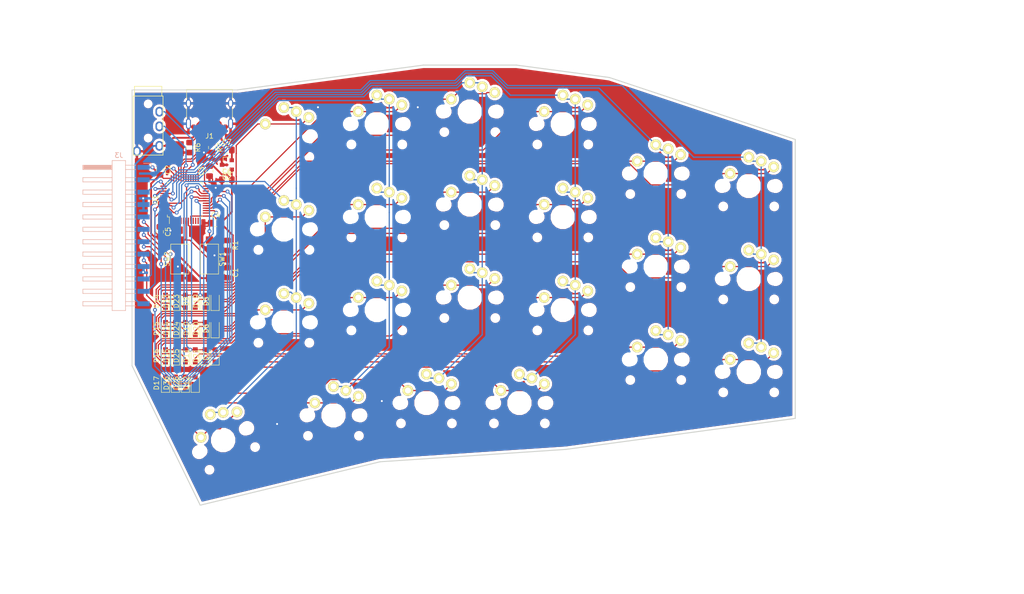
<source format=kicad_pcb>
(kicad_pcb (version 20171130) (host pcbnew 5.0.2+dfsg1-1)
  (layers (0 F.Cu signal) (31 B.Cu signal) (34 B.Paste user) (35 F.Paste user) (36 B.SilkS user) (37 F.SilkS user) (38 B.Mask user) (39 F.Mask user) (44 Edge.Cuts user))
  (net 0 "")
  (net 1 GND)
  (net 2 D+)
  (net 3 "Net-(J1-PadB5)")
  (net 4 "Net-(J1-PadA8)")
  (net 5 D-)
  (net 6 "Net-(J1-PadA5)")
  (net 7 "Net-(J1-PadB8)")
  (net 8 5V)
  (net 9 3.3V)
  (net 10 SWDIO)
  (net 11 SWDCLK)
  (net 12 PA4)
  (net 13 PA5)
  (net 14 PA6)
  (net 15 PA7)
  (net 16 PB6)
  (net 17 PB7)
  (net 18 TX)
  (net 19 RX)
  (net 20 COL4)
  (net 21 COL5)
  (net 22 COL2)
  (net 23 COL6)
  (net 24 COL3)
  (net 25 COL1)
  (net 26 "Net-(R1-Pad1)")
  (net 27 VBAT)
  (net 28 "Net-(U1-Pad2)")
  (net 29 "Net-(U1-Pad3)")
  (net 30 "Net-(U1-Pad4)")
  (net 31 "Net-(U1-Pad5)")
  (net 32 "Net-(U1-Pad6)")
  (net 33 "Net-(C1-Pad2)")
  (net 34 "Net-(U1-Pad10)")
  (net 35 "Net-(U1-Pad11)")
  (net 36 "Net-(U1-Pad12)")
  (net 37 "Net-(U1-Pad13)")
  (net 38 ROW1)
  (net 39 ROW2)
  (net 40 ROW3)
  (net 41 ROW4)
  (net 42 "Net-(U1-Pad22)")
  (net 43 "Net-(U1-Pad26)")
  (net 44 "Net-(U1-Pad27)")
  (net 45 "Net-(U1-Pad28)")
  (net 46 "Net-(U1-Pad29)")
  (net 47 "Net-(D5-Pad1)")
  (net 48 "Net-(D6-Pad1)")
  (net 49 "Net-(D7-Pad1)")
  (net 50 "Net-(D26-Pad1)")
  (net 51 "Net-(D36-Pad1)")
  (net 52 "Net-(D35-Pad1)")
  (net 53 "Net-(D34-Pad1)")
  (net 54 "Net-(D33-Pad1)")
  (net 55 "Net-(D25-Pad1)")
  (net 56 "Net-(D24-Pad1)")
  (net 57 "Net-(D23-Pad1)")
  (net 58 "Net-(D21-Pad1)")
  (net 59 "Net-(D20-Pad1)")
  (net 60 "Net-(D19-Pad1)")
  (net 61 "Net-(D16-Pad1)")
  (net 62 "Net-(D14-Pad1)")
  (net 63 "Net-(D12-Pad1)")
  (net 64 "Net-(D11-Pad1)")
  (net 65 "Net-(D10-Pad1)")
  (net 66 "Net-(D15-Pad1)")
  (net 67 "Net-(D9-Pad1)")
  (net 68 "Net-(D17-Pad1)")
  (module foostan-kbd:CherryMX_Choc_1u (layer F.Cu) (at 99.568 136.652 26.5)
    (fp_text reference SW15 hide)
    (fp_text value SW_Push hide)
    (pad "" np_thru_hole circle (at -5.22 4.2 26.5) (size 1 1) (drill 1) (layers *.Cu *.Mask))
    (pad "" np_thru_hole circle (at 5.22 4.2 26.5) (size 1 1) (drill 1) (layers *.Cu *.Mask))
    (pad "" np_thru_hole circle (at -5.08 0 26.5) (size 1.7 1.7) (drill 1.7) (layers *.Cu *.Mask))
    (pad "" np_thru_hole circle (at 5.08 0 26.5) (size 1.7 1.7) (drill 1.7) (layers *.Cu *.Mask))
    (pad 1 thru_hole circle (at -3.81 -2.54 76.5) (size 2.2 2.2) (drill 1.2) (layers *.Cu F.SilkS B.Mask) (net 68 "Net-(D17-Pad1)"))
    (pad 2 thru_hole circle (at 2.54 -5.08 26.5) (size 2.2 2.2) (drill 1.2) (layers *.Cu F.SilkS B.Mask) (net 23 COL6))
    (pad 2 thru_hole circle (at 0 -5.9 116.5) (size 2.2 2.2) (drill 1.2) (layers *.Cu F.SilkS B.Mask) (net 23 COL6))
    (pad "" np_thru_hole circle (at 5.5 0 116.5) (size 1.9 1.9) (drill 1.9) (layers *.Cu *.Mask))
    (pad "" np_thru_hole circle (at -5.5 0 116.5) (size 1.9 1.9) (drill 1.9) (layers *.Cu *.Mask))
    (pad "" np_thru_hole circle (at 0 0 116.5) (size 4 4) (drill 4) (layers *.Cu *.Mask))
    (pad 1 thru_hole circle (at 5.1 -3.9 336.5) (size 2.2 2.2) (drill 1.2) (layers *.Cu F.SilkS B.Mask) (net 68 "Net-(D17-Pad1)"))
  )
  (module Button_Switch_SMD:SW_SPST_CK_RS282G05A3 (layer F.Cu) (at 90.678 99.568 90)
    (fp_text reference SW2 (at 0 -2.6 90) (layer F.SilkS))
    (fp_text value RESET)
    (pad 2 smd rect (at 3.9 0 90) (size 1.5 1.5) (layers F.Cu F.Paste F.Mask) (net 33 "Net-(C1-Pad2)"))
    (pad 1 smd rect (at -3.9 0 90) (size 1.5 1.5) (layers F.Cu F.Paste F.Mask) (net 1 GND))
  )
  (module Button_Switch_SMD:SW_SPST_CK_RS282G05A3 (layer F.Cu) (at 96.774 99.568 270)
    (fp_text reference SW1 (at 0 -2.6 270) (layer F.SilkS))
    (fp_text value BOOT)
    (pad 1 smd rect (at -3.9 0 270) (size 1.5 1.5) (layers F.Cu F.Paste F.Mask) (net 26 "Net-(R1-Pad1)"))
    (pad 2 smd rect (at 3.9 0 270) (size 1.5 1.5) (layers F.Cu F.Paste F.Mask) (net 9 3.3V))
  )
  (module Capacitor_SMD:C_0805_2012Metric_Pad1.15x1.40mm_HandSolder (layer F.Cu) (at 100.457 102.362 270)
    (fp_text reference C1 (at 0 -1.65 270) (layer F.SilkS))
    (fp_text value 100nF)
    (pad 1 smd roundrect (at -1.025 0 270) (size 1.15 1.4) (layers F.Cu F.Paste F.Mask) (roundrect_rratio 0.217391) (net 1 GND))
    (pad 2 smd roundrect (at 1.025 0 270) (size 1.15 1.4) (layers F.Cu F.Paste F.Mask) (roundrect_rratio 0.217391) (net 33 "Net-(C1-Pad2)"))
  )
  (module Capacitor_SMD:C_0805_2012Metric_Pad1.15x1.40mm_HandSolder (layer F.Cu) (at 86.614 81.28 270)
    (fp_text reference C2 (at 0 -1.65 270) (layer F.SilkS))
    (fp_text value 100nF)
    (pad 2 smd roundrect (at 1.025 0 270) (size 1.15 1.4) (layers F.Cu F.Paste F.Mask) (roundrect_rratio 0.217391) (net 9 3.3V))
    (pad 1 smd roundrect (at -1.025 0 270) (size 1.15 1.4) (layers F.Cu F.Paste F.Mask) (roundrect_rratio 0.217391) (net 1 GND))
  )
  (module Capacitor_SMD:C_0805_2012Metric_Pad1.15x1.40mm_HandSolder (layer F.Cu) (at 96.774 81.534 90)
    (fp_text reference C3 (at 0 -1.65 90) (layer F.SilkS))
    (fp_text value 100nF)
    (pad 1 smd roundrect (at -1.025 0 90) (size 1.15 1.4) (layers F.Cu F.Paste F.Mask) (roundrect_rratio 0.217391) (net 1 GND))
    (pad 2 smd roundrect (at 1.025 0 90) (size 1.15 1.4) (layers F.Cu F.Paste F.Mask) (roundrect_rratio 0.217391) (net 9 3.3V))
  )
  (module Capacitor_SMD:C_0805_2012Metric_Pad1.15x1.40mm_HandSolder (layer F.Cu) (at 98.044 92.202)
    (fp_text reference C4 (at 0 -1.65) (layer F.SilkS))
    (fp_text value 100nF)
    (pad 2 smd roundrect (at 1.025 0) (size 1.15 1.4) (layers F.Cu F.Paste F.Mask) (roundrect_rratio 0.217391) (net 9 3.3V))
    (pad 1 smd roundrect (at -1.025 0) (size 1.15 1.4) (layers F.Cu F.Paste F.Mask) (roundrect_rratio 0.217391) (net 1 GND))
  )
  (module Capacitor_SMD:C_0805_2012Metric_Pad1.15x1.40mm_HandSolder (layer F.Cu) (at 86.614 93.98 270)
    (fp_text reference C5 (at 0 -1.65 270) (layer F.SilkS))
    (fp_text value 100nF)
    (pad 1 smd roundrect (at -1.025 0 270) (size 1.15 1.4) (layers F.Cu F.Paste F.Mask) (roundrect_rratio 0.217391) (net 1 GND))
    (pad 2 smd roundrect (at 1.025 0 270) (size 1.15 1.4) (layers F.Cu F.Paste F.Mask) (roundrect_rratio 0.217391) (net 9 3.3V))
  )
  (module Capacitor_SMD:C_0805_2012Metric_Pad1.15x1.40mm_HandSolder (layer F.Cu) (at 100.33 83.312)
    (fp_text reference C6 (at 0 -1.65) (layer F.SilkS))
    (fp_text value 1µF)
    (pad 2 smd roundrect (at 1.025 0) (size 1.15 1.4) (layers F.Cu F.Paste F.Mask) (roundrect_rratio 0.217391) (net 9 3.3V))
    (pad 1 smd roundrect (at -1.025 0) (size 1.15 1.4) (layers F.Cu F.Paste F.Mask) (roundrect_rratio 0.217391) (net 1 GND))
  )
  (module Capacitor_SMD:C_0805_2012Metric_Pad1.15x1.40mm_HandSolder (layer F.Cu) (at 100.33 77.216)
    (fp_text reference C7 (at 0 -1.65) (layer F.SilkS))
    (fp_text value 1µF)
    (pad 1 smd roundrect (at -1.025 0) (size 1.15 1.4) (layers F.Cu F.Paste F.Mask) (roundrect_rratio 0.217391) (net 1 GND))
    (pad 2 smd roundrect (at 1.025 0) (size 1.15 1.4) (layers F.Cu F.Paste F.Mask) (roundrect_rratio 0.217391) (net 8 5V))
  )
  (module Diode_SMD:D_SOD-323_HandSoldering (layer F.Cu) (at 87.757 124.968 90)
    (fp_text reference D17 (at 0 -1.85 90) (layer F.SilkS))
    (fp_text value D4.6)
    (pad 2 smd rect (at 1.25 0 90) (size 1 1) (layers F.Cu F.Paste F.Mask) (net 41 ROW4))
    (pad 1 smd rect (at -1.25 0 90) (size 1 1) (layers F.Cu F.Paste F.Mask) (net 68 "Net-(D17-Pad1)"))
  )
  (module Diode_SMD:D_SOD-323_HandSoldering (layer F.Cu) (at 87.757 113.792 90)
    (fp_text reference D15 (at 0 -1.85 90) (layer F.SilkS))
    (fp_text value D2.6)
    (pad 1 smd rect (at -1.25 0 90) (size 1 1) (layers F.Cu F.Paste F.Mask) (net 66 "Net-(D15-Pad1)"))
    (pad 2 smd rect (at 1.25 0 90) (size 1 1) (layers F.Cu F.Paste F.Mask) (net 39 ROW2))
  )
  (module Diode_SMD:D_SOD-323_HandSoldering (layer F.Cu) (at 87.757 108.204 90)
    (fp_text reference D14 (at 0 -1.85 90) (layer F.SilkS))
    (fp_text value D1.6)
    (pad 2 smd rect (at 1.25 0 90) (size 1 1) (layers F.Cu F.Paste F.Mask) (net 38 ROW1))
    (pad 1 smd rect (at -1.25 0 90) (size 1 1) (layers F.Cu F.Paste F.Mask) (net 62 "Net-(D14-Pad1)"))
  )
  (module Diode_SMD:D_SOD-323_HandSoldering (layer F.Cu) (at 93.853 124.968 90)
    (fp_text reference D12 (at 0 -1.85 90) (layer F.SilkS))
    (fp_text value D4.3)
    (pad 1 smd rect (at -1.25 0 90) (size 1 1) (layers F.Cu F.Paste F.Mask) (net 63 "Net-(D12-Pad1)"))
    (pad 2 smd rect (at 1.25 0 90) (size 1 1) (layers F.Cu F.Paste F.Mask) (net 41 ROW4))
  )
  (module Diode_SMD:D_SOD-323_HandSoldering (layer F.Cu) (at 93.853 119.38 90)
    (fp_text reference D11 (at 0 -1.85 90) (layer F.SilkS))
    (fp_text value D3.3)
    (pad 2 smd rect (at 1.25 0 90) (size 1 1) (layers F.Cu F.Paste F.Mask) (net 40 ROW3))
    (pad 1 smd rect (at -1.25 0 90) (size 1 1) (layers F.Cu F.Paste F.Mask) (net 64 "Net-(D11-Pad1)"))
  )
  (module Diode_SMD:D_SOD-323_HandSoldering (layer F.Cu) (at 93.853 113.792 90)
    (fp_text reference D10 (at 0 -1.85 90) (layer F.SilkS))
    (fp_text value D2.3)
    (pad 1 smd rect (at -1.25 0 90) (size 1 1) (layers F.Cu F.Paste F.Mask) (net 65 "Net-(D10-Pad1)"))
    (pad 2 smd rect (at 1.25 0 90) (size 1 1) (layers F.Cu F.Paste F.Mask) (net 39 ROW2))
  )
  (module Diode_SMD:D_SOD-323_HandSoldering (layer F.Cu) (at 93.853 108.204 90)
    (fp_text reference D9 (at 0 -1.85 90) (layer F.SilkS))
    (fp_text value D1.3)
    (pad 2 smd rect (at 1.25 0 90) (size 1 1) (layers F.Cu F.Paste F.Mask) (net 38 ROW1))
    (pad 1 smd rect (at -1.25 0 90) (size 1 1) (layers F.Cu F.Paste F.Mask) (net 67 "Net-(D9-Pad1)"))
  )
  (module Diode_SMD:D_SOD-323_HandSoldering (layer F.Cu) (at 97.917 119.38 90)
    (fp_text reference D7 (at 0 -1.85 90) (layer F.SilkS))
    (fp_text value D3.1)
    (pad 1 smd rect (at -1.25 0 90) (size 1 1) (layers F.Cu F.Paste F.Mask) (net 49 "Net-(D7-Pad1)"))
    (pad 2 smd rect (at 1.25 0 90) (size 1 1) (layers F.Cu F.Paste F.Mask) (net 40 ROW3))
  )
  (module Diode_SMD:D_SOD-323_HandSoldering (layer F.Cu) (at 97.917 113.792 90)
    (fp_text reference D6 (at 0 -1.85 90) (layer F.SilkS))
    (fp_text value D2.1)
    (pad 2 smd rect (at 1.25 0 90) (size 1 1) (layers F.Cu F.Paste F.Mask) (net 39 ROW2))
    (pad 1 smd rect (at -1.25 0 90) (size 1 1) (layers F.Cu F.Paste F.Mask) (net 48 "Net-(D6-Pad1)"))
  )
  (module Diode_SMD:D_SOD-323_HandSoldering (layer F.Cu) (at 97.917 108.204 90)
    (fp_text reference D5 (at 0 -1.85 90) (layer F.SilkS))
    (fp_text value D1.1)
    (pad 1 smd rect (at -1.25 0 90) (size 1 1) (layers F.Cu F.Paste F.Mask) (net 47 "Net-(D5-Pad1)"))
    (pad 2 smd rect (at 1.25 0 90) (size 1 1) (layers F.Cu F.Paste F.Mask) (net 38 ROW1))
  )
  (module Diode_SMD:D_SOD-323_HandSoldering (layer F.Cu) (at 87.757 119.38 90)
    (fp_text reference D16 (at 0 -1.85 90) (layer F.SilkS))
    (fp_text value D3.6)
    (pad 2 smd rect (at 1.25 0 90) (size 1 1) (layers F.Cu F.Paste F.Mask) (net 40 ROW3))
    (pad 1 smd rect (at -1.25 0 90) (size 1 1) (layers F.Cu F.Paste F.Mask) (net 61 "Net-(D16-Pad1)"))
  )
  (module Diode_SMD:D_SOD-323_HandSoldering (layer F.Cu) (at 95.885 113.792 90)
    (fp_text reference D20 (at 0 -1.85 90) (layer F.SilkS))
    (fp_text value D2.2)
    (pad 1 smd rect (at -1.25 0 90) (size 1 1) (layers F.Cu F.Paste F.Mask) (net 59 "Net-(D20-Pad1)"))
    (pad 2 smd rect (at 1.25 0 90) (size 1 1) (layers F.Cu F.Paste F.Mask) (net 39 ROW2))
  )
  (module Diode_SMD:D_SOD-323_HandSoldering (layer F.Cu) (at 89.789 124.968 90)
    (fp_text reference D36 (at 0 -1.85 90) (layer F.SilkS))
    (fp_text value D4.5)
    (pad 2 smd rect (at 1.25 0 90) (size 1 1) (layers F.Cu F.Paste F.Mask) (net 41 ROW4))
    (pad 1 smd rect (at -1.25 0 90) (size 1 1) (layers F.Cu F.Paste F.Mask) (net 51 "Net-(D36-Pad1)"))
  )
  (module Diode_SMD:D_SOD-323_HandSoldering (layer F.Cu) (at 89.789 113.792 90)
    (fp_text reference D34 (at 0 -1.85 90) (layer F.SilkS))
    (fp_text value D2.5)
    (pad 1 smd rect (at -1.25 0 90) (size 1 1) (layers F.Cu F.Paste F.Mask) (net 53 "Net-(D34-Pad1)"))
    (pad 2 smd rect (at 1.25 0 90) (size 1 1) (layers F.Cu F.Paste F.Mask) (net 39 ROW2))
  )
  (module Diode_SMD:D_SOD-323_HandSoldering (layer F.Cu) (at 89.789 108.204 90)
    (fp_text reference D33 (at 0 -1.85 90) (layer F.SilkS))
    (fp_text value D1.5)
    (pad 2 smd rect (at 1.25 0 90) (size 1 1) (layers F.Cu F.Paste F.Mask) (net 38 ROW1))
    (pad 1 smd rect (at -1.25 0 90) (size 1 1) (layers F.Cu F.Paste F.Mask) (net 54 "Net-(D33-Pad1)"))
  )
  (module Diode_SMD:D_SOD-323_HandSoldering (layer F.Cu) (at 91.821 124.968 90)
    (fp_text reference D26 (at 0 -1.85 90) (layer F.SilkS))
    (fp_text value D4.4)
    (pad 1 smd rect (at -1.25 0 90) (size 1 1) (layers F.Cu F.Paste F.Mask) (net 50 "Net-(D26-Pad1)"))
    (pad 2 smd rect (at 1.25 0 90) (size 1 1) (layers F.Cu F.Paste F.Mask) (net 41 ROW4))
  )
  (module Diode_SMD:D_SOD-323_HandSoldering (layer F.Cu) (at 91.821 119.38 90)
    (fp_text reference D25 (at 0 -1.85 90) (layer F.SilkS))
    (fp_text value D3.4)
    (pad 2 smd rect (at 1.25 0 90) (size 1 1) (layers F.Cu F.Paste F.Mask) (net 40 ROW3))
    (pad 1 smd rect (at -1.25 0 90) (size 1 1) (layers F.Cu F.Paste F.Mask) (net 55 "Net-(D25-Pad1)"))
  )
  (module Diode_SMD:D_SOD-323_HandSoldering (layer F.Cu) (at 91.821 113.792 90)
    (fp_text reference D24 (at 0 -1.85 90) (layer F.SilkS))
    (fp_text value D2.4)
    (pad 1 smd rect (at -1.25 0 90) (size 1 1) (layers F.Cu F.Paste F.Mask) (net 56 "Net-(D24-Pad1)"))
    (pad 2 smd rect (at 1.25 0 90) (size 1 1) (layers F.Cu F.Paste F.Mask) (net 39 ROW2))
  )
  (module Diode_SMD:D_SOD-323_HandSoldering (layer F.Cu) (at 91.821 108.204 90)
    (fp_text reference D23 (at 0 -1.85 90) (layer F.SilkS))
    (fp_text value D1.4)
    (pad 2 smd rect (at 1.25 0 90) (size 1 1) (layers F.Cu F.Paste F.Mask) (net 38 ROW1))
    (pad 1 smd rect (at -1.25 0 90) (size 1 1) (layers F.Cu F.Paste F.Mask) (net 57 "Net-(D23-Pad1)"))
  )
  (module Diode_SMD:D_SOD-323_HandSoldering (layer F.Cu) (at 95.885 119.38 90)
    (fp_text reference D21 (at 0 -1.85 90) (layer F.SilkS))
    (fp_text value D3.2)
    (pad 1 smd rect (at -1.25 0 90) (size 1 1) (layers F.Cu F.Paste F.Mask) (net 58 "Net-(D21-Pad1)"))
    (pad 2 smd rect (at 1.25 0 90) (size 1 1) (layers F.Cu F.Paste F.Mask) (net 40 ROW3))
  )
  (module Diode_SMD:D_SOD-323_HandSoldering (layer F.Cu) (at 95.885 108.204 90)
    (fp_text reference D19 (at 0 -1.85 90) (layer F.SilkS))
    (fp_text value D1.2)
    (pad 2 smd rect (at 1.25 0 90) (size 1 1) (layers F.Cu F.Paste F.Mask) (net 38 ROW1))
    (pad 1 smd rect (at -1.25 0 90) (size 1 1) (layers F.Cu F.Paste F.Mask) (net 60 "Net-(D19-Pad1)"))
  )
  (module Diode_SMD:D_SOD-323_HandSoldering (layer F.Cu) (at 89.789 119.38 90)
    (fp_text reference D35 (at 0 -1.85 90) (layer F.SilkS))
    (fp_text value D3.5)
    (pad 1 smd rect (at -1.25 0 90) (size 1 1) (layers F.Cu F.Paste F.Mask) (net 52 "Net-(D35-Pad1)"))
    (pad 2 smd rect (at 1.25 0 90) (size 1 1) (layers F.Cu F.Paste F.Mask) (net 40 ROW3))
  )
  (module Package_QFP:LQFP-48_7x7mm_P0.5mm (layer F.Cu) (at 91.694 87.376 90)
    (fp_text reference U1 (at 0 -6 90) (layer F.SilkS))
    (fp_text value STM32)
    (pad 1 smd rect (at -4.35 -2.75 90) (size 1.3 0.25) (layers F.Cu F.Paste F.Mask) (net 27 VBAT))
    (pad 2 smd rect (at -4.35 -2.25 90) (size 1.3 0.25) (layers F.Cu F.Paste F.Mask) (net 28 "Net-(U1-Pad2)"))
    (pad 3 smd rect (at -4.35 -1.75 90) (size 1.3 0.25) (layers F.Cu F.Paste F.Mask) (net 29 "Net-(U1-Pad3)"))
    (pad 4 smd rect (at -4.35 -1.25 90) (size 1.3 0.25) (layers F.Cu F.Paste F.Mask) (net 30 "Net-(U1-Pad4)"))
    (pad 5 smd rect (at -4.35 -0.75 90) (size 1.3 0.25) (layers F.Cu F.Paste F.Mask) (net 31 "Net-(U1-Pad5)"))
    (pad 6 smd rect (at -4.35 -0.25 90) (size 1.3 0.25) (layers F.Cu F.Paste F.Mask) (net 32 "Net-(U1-Pad6)"))
    (pad 7 smd rect (at -4.35 0.25 90) (size 1.3 0.25) (layers F.Cu F.Paste F.Mask) (net 33 "Net-(C1-Pad2)"))
    (pad 8 smd rect (at -4.35 0.75 90) (size 1.3 0.25) (layers F.Cu F.Paste F.Mask) (net 1 GND))
    (pad 9 smd rect (at -4.35 1.25 90) (size 1.3 0.25) (layers F.Cu F.Paste F.Mask) (net 9 3.3V))
    (pad 10 smd rect (at -4.35 1.75 90) (size 1.3 0.25) (layers F.Cu F.Paste F.Mask) (net 34 "Net-(U1-Pad10)"))
    (pad 11 smd rect (at -4.35 2.25 90) (size 1.3 0.25) (layers F.Cu F.Paste F.Mask) (net 35 "Net-(U1-Pad11)"))
    (pad 12 smd rect (at -4.35 2.75 90) (size 1.3 0.25) (layers F.Cu F.Paste F.Mask) (net 36 "Net-(U1-Pad12)"))
    (pad 13 smd rect (at -2.75 4.35 180) (size 1.3 0.25) (layers F.Cu F.Paste F.Mask) (net 37 "Net-(U1-Pad13)"))
    (pad 14 smd rect (at -2.25 4.35 180) (size 1.3 0.25) (layers F.Cu F.Paste F.Mask) (net 12 PA4))
    (pad 15 smd rect (at -1.75 4.35 180) (size 1.3 0.25) (layers F.Cu F.Paste F.Mask) (net 13 PA5))
    (pad 16 smd rect (at -1.25 4.35 180) (size 1.3 0.25) (layers F.Cu F.Paste F.Mask) (net 14 PA6))
    (pad 17 smd rect (at -0.75 4.35 180) (size 1.3 0.25) (layers F.Cu F.Paste F.Mask) (net 15 PA7))
    (pad 18 smd rect (at -0.25 4.35 180) (size 1.3 0.25) (layers F.Cu F.Paste F.Mask) (net 38 ROW1))
    (pad 19 smd rect (at 0.25 4.35 180) (size 1.3 0.25) (layers F.Cu F.Paste F.Mask) (net 39 ROW2))
    (pad 20 smd rect (at 0.75 4.35 180) (size 1.3 0.25) (layers F.Cu F.Paste F.Mask) (net 40 ROW3))
    (pad 21 smd rect (at 1.25 4.35 180) (size 1.3 0.25) (layers F.Cu F.Paste F.Mask) (net 41 ROW4))
    (pad 22 smd rect (at 1.75 4.35 180) (size 1.3 0.25) (layers F.Cu F.Paste F.Mask) (net 42 "Net-(U1-Pad22)"))
    (pad 23 smd rect (at 2.25 4.35 180) (size 1.3 0.25) (layers F.Cu F.Paste F.Mask) (net 1 GND))
    (pad 24 smd rect (at 2.75 4.35 180) (size 1.3 0.25) (layers F.Cu F.Paste F.Mask) (net 9 3.3V))
    (pad 25 smd rect (at 4.35 2.75 90) (size 1.3 0.25) (layers F.Cu F.Paste F.Mask) (net 9 3.3V))
    (pad 26 smd rect (at 4.35 2.25 90) (size 1.3 0.25) (layers F.Cu F.Paste F.Mask) (net 43 "Net-(U1-Pad26)"))
    (pad 27 smd rect (at 4.35 1.75 90) (size 1.3 0.25) (layers F.Cu F.Paste F.Mask) (net 44 "Net-(U1-Pad27)"))
    (pad 28 smd rect (at 4.35 1.25 90) (size 1.3 0.25) (layers F.Cu F.Paste F.Mask) (net 45 "Net-(U1-Pad28)"))
    (pad 29 smd rect (at 4.35 0.75 90) (size 1.3 0.25) (layers F.Cu F.Paste F.Mask) (net 46 "Net-(U1-Pad29)"))
    (pad 30 smd rect (at 4.35 0.25 90) (size 1.3 0.25) (layers F.Cu F.Paste F.Mask) (net 18 TX))
    (pad 31 smd rect (at 4.35 -0.25 90) (size 1.3 0.25) (layers F.Cu F.Paste F.Mask) (net 19 RX))
    (pad 32 smd rect (at 4.35 -0.75 90) (size 1.3 0.25) (layers F.Cu F.Paste F.Mask) (net 5 D-))
    (pad 33 smd rect (at 4.35 -1.25 90) (size 1.3 0.25) (layers F.Cu F.Paste F.Mask) (net 2 D+))
    (pad 34 smd rect (at 4.35 -1.75 90) (size 1.3 0.25) (layers F.Cu F.Paste F.Mask) (net 10 SWDIO))
    (pad 35 smd rect (at 4.35 -2.25 90) (size 1.3 0.25) (layers F.Cu F.Paste F.Mask) (net 1 GND))
    (pad 36 smd rect (at 4.35 -2.75 90) (size 1.3 0.25) (layers F.Cu F.Paste F.Mask) (net 9 3.3V))
    (pad 37 smd rect (at 2.75 -4.35 180) (size 1.3 0.25) (layers F.Cu F.Paste F.Mask) (net 11 SWDCLK))
    (pad 38 smd rect (at 2.25 -4.35 180) (size 1.3 0.25) (layers F.Cu F.Paste F.Mask) (net 25 COL1))
    (pad 39 smd rect (at 1.75 -4.35 180) (size 1.3 0.25) (layers F.Cu F.Paste F.Mask) (net 22 COL2))
    (pad 40 smd rect (at 1.25 -4.35 180) (size 1.3 0.25) (layers F.Cu F.Paste F.Mask) (net 24 COL3))
    (pad 41 smd rect (at 0.75 -4.35 180) (size 1.3 0.25) (layers F.Cu F.Paste F.Mask) (net 20 COL4))
    (pad 42 smd rect (at 0.25 -4.35 180) (size 1.3 0.25) (layers F.Cu F.Paste F.Mask) (net 16 PB6))
    (pad 43 smd rect (at -0.25 -4.35 180) (size 1.3 0.25) (layers F.Cu F.Paste F.Mask) (net 17 PB7))
    (pad 44 smd rect (at -0.75 -4.35 180) (size 1.3 0.25) (layers F.Cu F.Paste F.Mask) (net 26 "Net-(R1-Pad1)"))
    (pad 45 smd rect (at -1.25 -4.35 180) (size 1.3 0.25) (layers F.Cu F.Paste F.Mask) (net 21 COL5))
    (pad 46 smd rect (at -1.75 -4.35 180) (size 1.3 0.25) (layers F.Cu F.Paste F.Mask) (net 23 COL6))
    (pad 47 smd rect (at -2.25 -4.35 180) (size 1.3 0.25) (layers F.Cu F.Paste F.Mask) (net 1 GND))
    (pad 48 smd rect (at -2.75 -4.35 180) (size 1.3 0.25) (layers F.Cu F.Paste F.Mask) (net 9 3.3V))
  )
  (module Package_TO_SOT_SMD:SOT-23 (layer F.Cu) (at 100.33 80.264 180)
    (fp_text reference U2 (at 0 -2.5 180) (layer F.SilkS))
    (fp_text value LDO)
    (pad 1 smd rect (at -1 -0.95 180) (size 0.9 0.8) (layers F.Cu F.Paste F.Mask) (net 9 3.3V))
    (pad 2 smd rect (at -1 0.95 180) (size 0.9 0.8) (layers F.Cu F.Paste F.Mask) (net 8 5V))
    (pad 3 smd rect (at 1 0 180) (size 0.9 0.8) (layers F.Cu F.Paste F.Mask) (net 1 GND))
  )
  (module Resistor_SMD:R_0805_2012Metric_Pad1.15x1.40mm_HandSolder (layer F.Cu) (at 97.282 76.708 270)
    (fp_text reference R7 (at 0 -1.65 270) (layer F.SilkS))
    (fp_text value 5.1k)
    (pad 1 smd roundrect (at -1.025 0 270) (size 1.15 1.4) (layers F.Cu F.Paste F.Mask) (roundrect_rratio 0.217391) (net 6 "Net-(J1-PadA5)"))
    (pad 2 smd roundrect (at 1.025 0 270) (size 1.15 1.4) (layers F.Cu F.Paste F.Mask) (roundrect_rratio 0.217391) (net 1 GND))
  )
  (module Resistor_SMD:R_0805_2012Metric_Pad1.15x1.40mm_HandSolder (layer F.Cu) (at 92.71 76.708 270)
    (fp_text reference R6 (at 0 -1.65 270) (layer F.SilkS))
    (fp_text value 5.1k)
    (pad 2 smd roundrect (at 1.025 0 270) (size 1.15 1.4) (layers F.Cu F.Paste F.Mask) (roundrect_rratio 0.217391) (net 1 GND))
    (pad 1 smd roundrect (at -1.025 0 270) (size 1.15 1.4) (layers F.Cu F.Paste F.Mask) (roundrect_rratio 0.217391) (net 3 "Net-(J1-PadB5)"))
  )
  (module Resistor_SMD:R_0805_2012Metric_Pad1.15x1.40mm_HandSolder (layer F.Cu) (at 100.457 96.774 270)
    (fp_text reference R1 (at 0 -1.65 270) (layer F.SilkS))
    (fp_text value 5.1k)
    (pad 1 smd roundrect (at -1.025 0 270) (size 1.15 1.4) (layers F.Cu F.Paste F.Mask) (roundrect_rratio 0.217391) (net 26 "Net-(R1-Pad1)"))
    (pad 2 smd roundrect (at 1.025 0 270) (size 1.15 1.4) (layers F.Cu F.Paste F.Mask) (roundrect_rratio 0.217391) (net 1 GND))
  )
  (module foostan-kbd:CherryMX_Choc_1u (layer F.Cu) (at 207.264 84.582)
    (fp_text reference SW3 hide)
    (fp_text value SW_Push hide)
    (pad 1 thru_hole circle (at 5.1 -3.9 310) (size 2.2 2.2) (drill 1.2) (layers *.Cu F.SilkS B.Mask) (net 47 "Net-(D5-Pad1)"))
    (pad "" np_thru_hole circle (at 0 0 90) (size 4 4) (drill 4) (layers *.Cu *.Mask))
    (pad "" np_thru_hole circle (at -5.5 0 90) (size 1.9 1.9) (drill 1.9) (layers *.Cu *.Mask))
    (pad "" np_thru_hole circle (at 5.5 0 90) (size 1.9 1.9) (drill 1.9) (layers *.Cu *.Mask))
    (pad 2 thru_hole circle (at 0 -5.9 90) (size 2.2 2.2) (drill 1.2) (layers *.Cu F.SilkS B.Mask) (net 25 COL1))
    (pad 2 thru_hole circle (at 2.54 -5.08) (size 2.2 2.2) (drill 1.2) (layers *.Cu F.SilkS B.Mask) (net 25 COL1))
    (pad 1 thru_hole circle (at -3.81 -2.54 50) (size 2.2 2.2) (drill 1.2) (layers *.Cu F.SilkS B.Mask) (net 47 "Net-(D5-Pad1)"))
    (pad "" np_thru_hole circle (at 5.08 0) (size 1.7 1.7) (drill 1.7) (layers *.Cu *.Mask))
    (pad "" np_thru_hole circle (at -5.08 0) (size 1.7 1.7) (drill 1.7) (layers *.Cu *.Mask))
    (pad "" np_thru_hole circle (at 5.22 4.2) (size 1 1) (drill 1) (layers *.Cu *.Mask))
    (pad "" np_thru_hole circle (at -5.22 4.2) (size 1 1) (drill 1) (layers *.Cu *.Mask))
  )
  (module foostan-kbd:CherryMX_Choc_1u (layer F.Cu) (at 207.264 103.632)
    (fp_text reference SW4 hide)
    (fp_text value SW_Push hide)
    (pad "" np_thru_hole circle (at -5.22 4.2) (size 1 1) (drill 1) (layers *.Cu *.Mask))
    (pad "" np_thru_hole circle (at 5.22 4.2) (size 1 1) (drill 1) (layers *.Cu *.Mask))
    (pad "" np_thru_hole circle (at -5.08 0) (size 1.7 1.7) (drill 1.7) (layers *.Cu *.Mask))
    (pad "" np_thru_hole circle (at 5.08 0) (size 1.7 1.7) (drill 1.7) (layers *.Cu *.Mask))
    (pad 1 thru_hole circle (at -3.81 -2.54 50) (size 2.2 2.2) (drill 1.2) (layers *.Cu F.SilkS B.Mask) (net 48 "Net-(D6-Pad1)"))
    (pad 2 thru_hole circle (at 2.54 -5.08) (size 2.2 2.2) (drill 1.2) (layers *.Cu F.SilkS B.Mask) (net 25 COL1))
    (pad 2 thru_hole circle (at 0 -5.9 90) (size 2.2 2.2) (drill 1.2) (layers *.Cu F.SilkS B.Mask) (net 25 COL1))
    (pad "" np_thru_hole circle (at 5.5 0 90) (size 1.9 1.9) (drill 1.9) (layers *.Cu *.Mask))
    (pad "" np_thru_hole circle (at -5.5 0 90) (size 1.9 1.9) (drill 1.9) (layers *.Cu *.Mask))
    (pad "" np_thru_hole circle (at 0 0 90) (size 4 4) (drill 4) (layers *.Cu *.Mask))
    (pad 1 thru_hole circle (at 5.1 -3.9 310) (size 2.2 2.2) (drill 1.2) (layers *.Cu F.SilkS B.Mask) (net 48 "Net-(D6-Pad1)"))
  )
  (module foostan-kbd:CherryMX_Choc_1u (layer F.Cu) (at 207.264 122.682)
    (fp_text reference SW5 hide)
    (fp_text value SW_Push hide)
    (pad 1 thru_hole circle (at 5.1 -3.9 310) (size 2.2 2.2) (drill 1.2) (layers *.Cu F.SilkS B.Mask) (net 49 "Net-(D7-Pad1)"))
    (pad "" np_thru_hole circle (at 0 0 90) (size 4 4) (drill 4) (layers *.Cu *.Mask))
    (pad "" np_thru_hole circle (at -5.5 0 90) (size 1.9 1.9) (drill 1.9) (layers *.Cu *.Mask))
    (pad "" np_thru_hole circle (at 5.5 0 90) (size 1.9 1.9) (drill 1.9) (layers *.Cu *.Mask))
    (pad 2 thru_hole circle (at 0 -5.9 90) (size 2.2 2.2) (drill 1.2) (layers *.Cu F.SilkS B.Mask) (net 25 COL1))
    (pad 2 thru_hole circle (at 2.54 -5.08) (size 2.2 2.2) (drill 1.2) (layers *.Cu F.SilkS B.Mask) (net 25 COL1))
    (pad 1 thru_hole circle (at -3.81 -2.54 50) (size 2.2 2.2) (drill 1.2) (layers *.Cu F.SilkS B.Mask) (net 49 "Net-(D7-Pad1)"))
    (pad "" np_thru_hole circle (at 5.08 0) (size 1.7 1.7) (drill 1.7) (layers *.Cu *.Mask))
    (pad "" np_thru_hole circle (at -5.08 0) (size 1.7 1.7) (drill 1.7) (layers *.Cu *.Mask))
    (pad "" np_thru_hole circle (at 5.22 4.2) (size 1 1) (drill 1) (layers *.Cu *.Mask))
    (pad "" np_thru_hole circle (at -5.22 4.2) (size 1 1) (drill 1) (layers *.Cu *.Mask))
  )
  (module foostan-kbd:CherryMX_Choc_1u (layer F.Cu) (at 169.164 71.882)
    (fp_text reference SW7 hide)
    (fp_text value SW_Push hide)
    (pad "" np_thru_hole circle (at -5.22 4.2) (size 1 1) (drill 1) (layers *.Cu *.Mask))
    (pad "" np_thru_hole circle (at 5.22 4.2) (size 1 1) (drill 1) (layers *.Cu *.Mask))
    (pad "" np_thru_hole circle (at -5.08 0) (size 1.7 1.7) (drill 1.7) (layers *.Cu *.Mask))
    (pad "" np_thru_hole circle (at 5.08 0) (size 1.7 1.7) (drill 1.7) (layers *.Cu *.Mask))
    (pad 1 thru_hole circle (at -3.81 -2.54 50) (size 2.2 2.2) (drill 1.2) (layers *.Cu F.SilkS B.Mask) (net 67 "Net-(D9-Pad1)"))
    (pad 2 thru_hole circle (at 2.54 -5.08) (size 2.2 2.2) (drill 1.2) (layers *.Cu F.SilkS B.Mask) (net 24 COL3))
    (pad 2 thru_hole circle (at 0 -5.9 90) (size 2.2 2.2) (drill 1.2) (layers *.Cu F.SilkS B.Mask) (net 24 COL3))
    (pad "" np_thru_hole circle (at 5.5 0 90) (size 1.9 1.9) (drill 1.9) (layers *.Cu *.Mask))
    (pad "" np_thru_hole circle (at -5.5 0 90) (size 1.9 1.9) (drill 1.9) (layers *.Cu *.Mask))
    (pad "" np_thru_hole circle (at 0 0 90) (size 4 4) (drill 4) (layers *.Cu *.Mask))
    (pad 1 thru_hole circle (at 5.1 -3.9 310) (size 2.2 2.2) (drill 1.2) (layers *.Cu F.SilkS B.Mask) (net 67 "Net-(D9-Pad1)"))
  )
  (module foostan-kbd:CherryMX_Choc_1u (layer F.Cu) (at 112.014 93.472)
    (fp_text reference SW13 hide)
    (fp_text value SW_Push hide)
    (pad 1 thru_hole circle (at 5.1 -3.9 310) (size 2.2 2.2) (drill 1.2) (layers *.Cu F.SilkS B.Mask) (net 66 "Net-(D15-Pad1)"))
    (pad "" np_thru_hole circle (at 0 0 90) (size 4 4) (drill 4) (layers *.Cu *.Mask))
    (pad "" np_thru_hole circle (at -5.5 0 90) (size 1.9 1.9) (drill 1.9) (layers *.Cu *.Mask))
    (pad "" np_thru_hole circle (at 5.5 0 90) (size 1.9 1.9) (drill 1.9) (layers *.Cu *.Mask))
    (pad 2 thru_hole circle (at 0 -5.9 90) (size 2.2 2.2) (drill 1.2) (layers *.Cu F.SilkS B.Mask) (net 23 COL6))
    (pad 2 thru_hole circle (at 2.54 -5.08) (size 2.2 2.2) (drill 1.2) (layers *.Cu F.SilkS B.Mask) (net 23 COL6))
    (pad 1 thru_hole circle (at -3.81 -2.54 50) (size 2.2 2.2) (drill 1.2) (layers *.Cu F.SilkS B.Mask) (net 66 "Net-(D15-Pad1)"))
    (pad "" np_thru_hole circle (at 5.08 0) (size 1.7 1.7) (drill 1.7) (layers *.Cu *.Mask))
    (pad "" np_thru_hole circle (at -5.08 0) (size 1.7 1.7) (drill 1.7) (layers *.Cu *.Mask))
    (pad "" np_thru_hole circle (at 5.22 4.2) (size 1 1) (drill 1) (layers *.Cu *.Mask))
    (pad "" np_thru_hole circle (at -5.22 4.2) (size 1 1) (drill 1) (layers *.Cu *.Mask))
  )
  (module foostan-kbd:CherryMX_Choc_1u (layer F.Cu) (at 169.164 90.932)
    (fp_text reference SW8 hide)
    (fp_text value SW_Push hide)
    (pad "" np_thru_hole circle (at -5.22 4.2) (size 1 1) (drill 1) (layers *.Cu *.Mask))
    (pad "" np_thru_hole circle (at 5.22 4.2) (size 1 1) (drill 1) (layers *.Cu *.Mask))
    (pad "" np_thru_hole circle (at -5.08 0) (size 1.7 1.7) (drill 1.7) (layers *.Cu *.Mask))
    (pad "" np_thru_hole circle (at 5.08 0) (size 1.7 1.7) (drill 1.7) (layers *.Cu *.Mask))
    (pad 1 thru_hole circle (at -3.81 -2.54 50) (size 2.2 2.2) (drill 1.2) (layers *.Cu F.SilkS B.Mask) (net 65 "Net-(D10-Pad1)"))
    (pad 2 thru_hole circle (at 2.54 -5.08) (size 2.2 2.2) (drill 1.2) (layers *.Cu F.SilkS B.Mask) (net 24 COL3))
    (pad 2 thru_hole circle (at 0 -5.9 90) (size 2.2 2.2) (drill 1.2) (layers *.Cu F.SilkS B.Mask) (net 24 COL3))
    (pad "" np_thru_hole circle (at 5.5 0 90) (size 1.9 1.9) (drill 1.9) (layers *.Cu *.Mask))
    (pad "" np_thru_hole circle (at -5.5 0 90) (size 1.9 1.9) (drill 1.9) (layers *.Cu *.Mask))
    (pad "" np_thru_hole circle (at 0 0 90) (size 4 4) (drill 4) (layers *.Cu *.Mask))
    (pad 1 thru_hole circle (at 5.1 -3.9 310) (size 2.2 2.2) (drill 1.2) (layers *.Cu F.SilkS B.Mask) (net 65 "Net-(D10-Pad1)"))
  )
  (module foostan-kbd:CherryMX_Choc_1u (layer F.Cu) (at 169.164 109.982)
    (fp_text reference SW9 hide)
    (fp_text value SW_Push hide)
    (pad 1 thru_hole circle (at 5.1 -3.9 310) (size 2.2 2.2) (drill 1.2) (layers *.Cu F.SilkS B.Mask) (net 64 "Net-(D11-Pad1)"))
    (pad "" np_thru_hole circle (at 0 0 90) (size 4 4) (drill 4) (layers *.Cu *.Mask))
    (pad "" np_thru_hole circle (at -5.5 0 90) (size 1.9 1.9) (drill 1.9) (layers *.Cu *.Mask))
    (pad "" np_thru_hole circle (at 5.5 0 90) (size 1.9 1.9) (drill 1.9) (layers *.Cu *.Mask))
    (pad 2 thru_hole circle (at 0 -5.9 90) (size 2.2 2.2) (drill 1.2) (layers *.Cu F.SilkS B.Mask) (net 24 COL3))
    (pad 2 thru_hole circle (at 2.54 -5.08) (size 2.2 2.2) (drill 1.2) (layers *.Cu F.SilkS B.Mask) (net 24 COL3))
    (pad 1 thru_hole circle (at -3.81 -2.54 50) (size 2.2 2.2) (drill 1.2) (layers *.Cu F.SilkS B.Mask) (net 64 "Net-(D11-Pad1)"))
    (pad "" np_thru_hole circle (at 5.08 0) (size 1.7 1.7) (drill 1.7) (layers *.Cu *.Mask))
    (pad "" np_thru_hole circle (at -5.08 0) (size 1.7 1.7) (drill 1.7) (layers *.Cu *.Mask))
    (pad "" np_thru_hole circle (at 5.22 4.2) (size 1 1) (drill 1) (layers *.Cu *.Mask))
    (pad "" np_thru_hole circle (at -5.22 4.2) (size 1 1) (drill 1) (layers *.Cu *.Mask))
  )
  (module foostan-kbd:CherryMX_Choc_1u (layer F.Cu) (at 160.274 129.032)
    (fp_text reference SW10 hide)
    (fp_text value SW_Push hide)
    (pad "" np_thru_hole circle (at -5.22 4.2) (size 1 1) (drill 1) (layers *.Cu *.Mask))
    (pad "" np_thru_hole circle (at 5.22 4.2) (size 1 1) (drill 1) (layers *.Cu *.Mask))
    (pad "" np_thru_hole circle (at -5.08 0) (size 1.7 1.7) (drill 1.7) (layers *.Cu *.Mask))
    (pad "" np_thru_hole circle (at 5.08 0) (size 1.7 1.7) (drill 1.7) (layers *.Cu *.Mask))
    (pad 1 thru_hole circle (at -3.81 -2.54 50) (size 2.2 2.2) (drill 1.2) (layers *.Cu F.SilkS B.Mask) (net 63 "Net-(D12-Pad1)"))
    (pad 2 thru_hole circle (at 2.54 -5.08) (size 2.2 2.2) (drill 1.2) (layers *.Cu F.SilkS B.Mask) (net 24 COL3))
    (pad 2 thru_hole circle (at 0 -5.9 90) (size 2.2 2.2) (drill 1.2) (layers *.Cu F.SilkS B.Mask) (net 24 COL3))
    (pad "" np_thru_hole circle (at 5.5 0 90) (size 1.9 1.9) (drill 1.9) (layers *.Cu *.Mask))
    (pad "" np_thru_hole circle (at -5.5 0 90) (size 1.9 1.9) (drill 1.9) (layers *.Cu *.Mask))
    (pad "" np_thru_hole circle (at 0 0 90) (size 4 4) (drill 4) (layers *.Cu *.Mask))
    (pad 1 thru_hole circle (at 5.1 -3.9 310) (size 2.2 2.2) (drill 1.2) (layers *.Cu F.SilkS B.Mask) (net 63 "Net-(D12-Pad1)"))
  )
  (module foostan-kbd:CherryMX_Choc_1u (layer F.Cu) (at 112.014 74.422)
    (fp_text reference SW12 hide)
    (fp_text value SW_Push hide)
    (pad 1 thru_hole circle (at 5.1 -3.9 310) (size 2.2 2.2) (drill 1.2) (layers *.Cu F.SilkS B.Mask) (net 62 "Net-(D14-Pad1)"))
    (pad "" np_thru_hole circle (at 0 0 90) (size 4 4) (drill 4) (layers *.Cu *.Mask))
    (pad "" np_thru_hole circle (at -5.5 0 90) (size 1.9 1.9) (drill 1.9) (layers *.Cu *.Mask))
    (pad "" np_thru_hole circle (at 5.5 0 90) (size 1.9 1.9) (drill 1.9) (layers *.Cu *.Mask))
    (pad 2 thru_hole circle (at 0 -5.9 90) (size 2.2 2.2) (drill 1.2) (layers *.Cu F.SilkS B.Mask) (net 23 COL6))
    (pad 2 thru_hole circle (at 2.54 -5.08) (size 2.2 2.2) (drill 1.2) (layers *.Cu F.SilkS B.Mask) (net 23 COL6))
    (pad 1 thru_hole circle (at -3.81 -2.54 50) (size 2.2 2.2) (drill 1.2) (layers *.Cu F.SilkS B.Mask) (net 62 "Net-(D14-Pad1)"))
    (pad "" np_thru_hole circle (at 5.08 0) (size 1.7 1.7) (drill 1.7) (layers *.Cu *.Mask))
    (pad "" np_thru_hole circle (at -5.08 0) (size 1.7 1.7) (drill 1.7) (layers *.Cu *.Mask))
    (pad "" np_thru_hole circle (at 5.22 4.2) (size 1 1) (drill 1) (layers *.Cu *.Mask))
    (pad "" np_thru_hole circle (at -5.22 4.2) (size 1 1) (drill 1) (layers *.Cu *.Mask))
  )
  (module foostan-kbd:CherryMX_Choc_1u (layer F.Cu) (at 112.014 112.522)
    (fp_text reference SW14 hide)
    (fp_text value SW_Push hide)
    (pad "" np_thru_hole circle (at -5.22 4.2) (size 1 1) (drill 1) (layers *.Cu *.Mask))
    (pad "" np_thru_hole circle (at 5.22 4.2) (size 1 1) (drill 1) (layers *.Cu *.Mask))
    (pad "" np_thru_hole circle (at -5.08 0) (size 1.7 1.7) (drill 1.7) (layers *.Cu *.Mask))
    (pad "" np_thru_hole circle (at 5.08 0) (size 1.7 1.7) (drill 1.7) (layers *.Cu *.Mask))
    (pad 1 thru_hole circle (at -3.81 -2.54 50) (size 2.2 2.2) (drill 1.2) (layers *.Cu F.SilkS B.Mask) (net 61 "Net-(D16-Pad1)"))
    (pad 2 thru_hole circle (at 2.54 -5.08) (size 2.2 2.2) (drill 1.2) (layers *.Cu F.SilkS B.Mask) (net 23 COL6))
    (pad 2 thru_hole circle (at 0 -5.9 90) (size 2.2 2.2) (drill 1.2) (layers *.Cu F.SilkS B.Mask) (net 23 COL6))
    (pad "" np_thru_hole circle (at 5.5 0 90) (size 1.9 1.9) (drill 1.9) (layers *.Cu *.Mask))
    (pad "" np_thru_hole circle (at -5.5 0 90) (size 1.9 1.9) (drill 1.9) (layers *.Cu *.Mask))
    (pad "" np_thru_hole circle (at 0 0 90) (size 4 4) (drill 4) (layers *.Cu *.Mask))
    (pad 1 thru_hole circle (at 5.1 -3.9 310) (size 2.2 2.2) (drill 1.2) (layers *.Cu F.SilkS B.Mask) (net 61 "Net-(D16-Pad1)"))
  )
  (module foostan-kbd:CherryMX_Choc_1u (layer F.Cu) (at 188.214 82.042)
    (fp_text reference SW17 hide)
    (fp_text value SW_Push hide)
    (pad 1 thru_hole circle (at 5.1 -3.9 310) (size 2.2 2.2) (drill 1.2) (layers *.Cu F.SilkS B.Mask) (net 60 "Net-(D19-Pad1)"))
    (pad "" np_thru_hole circle (at 0 0 90) (size 4 4) (drill 4) (layers *.Cu *.Mask))
    (pad "" np_thru_hole circle (at -5.5 0 90) (size 1.9 1.9) (drill 1.9) (layers *.Cu *.Mask))
    (pad "" np_thru_hole circle (at 5.5 0 90) (size 1.9 1.9) (drill 1.9) (layers *.Cu *.Mask))
    (pad 2 thru_hole circle (at 0 -5.9 90) (size 2.2 2.2) (drill 1.2) (layers *.Cu F.SilkS B.Mask) (net 22 COL2))
    (pad 2 thru_hole circle (at 2.54 -5.08) (size 2.2 2.2) (drill 1.2) (layers *.Cu F.SilkS B.Mask) (net 22 COL2))
    (pad 1 thru_hole circle (at -3.81 -2.54 50) (size 2.2 2.2) (drill 1.2) (layers *.Cu F.SilkS B.Mask) (net 60 "Net-(D19-Pad1)"))
    (pad "" np_thru_hole circle (at 5.08 0) (size 1.7 1.7) (drill 1.7) (layers *.Cu *.Mask))
    (pad "" np_thru_hole circle (at -5.08 0) (size 1.7 1.7) (drill 1.7) (layers *.Cu *.Mask))
    (pad "" np_thru_hole circle (at 5.22 4.2) (size 1 1) (drill 1) (layers *.Cu *.Mask))
    (pad "" np_thru_hole circle (at -5.22 4.2) (size 1 1) (drill 1) (layers *.Cu *.Mask))
  )
  (module foostan-kbd:CherryMX_Choc_1u (layer F.Cu) (at 188.214 101.092)
    (fp_text reference SW18 hide)
    (fp_text value SW_Push hide)
    (pad "" np_thru_hole circle (at -5.22 4.2) (size 1 1) (drill 1) (layers *.Cu *.Mask))
    (pad "" np_thru_hole circle (at 5.22 4.2) (size 1 1) (drill 1) (layers *.Cu *.Mask))
    (pad "" np_thru_hole circle (at -5.08 0) (size 1.7 1.7) (drill 1.7) (layers *.Cu *.Mask))
    (pad "" np_thru_hole circle (at 5.08 0) (size 1.7 1.7) (drill 1.7) (layers *.Cu *.Mask))
    (pad 1 thru_hole circle (at -3.81 -2.54 50) (size 2.2 2.2) (drill 1.2) (layers *.Cu F.SilkS B.Mask) (net 59 "Net-(D20-Pad1)"))
    (pad 2 thru_hole circle (at 2.54 -5.08) (size 2.2 2.2) (drill 1.2) (layers *.Cu F.SilkS B.Mask) (net 22 COL2))
    (pad 2 thru_hole circle (at 0 -5.9 90) (size 2.2 2.2) (drill 1.2) (layers *.Cu F.SilkS B.Mask) (net 22 COL2))
    (pad "" np_thru_hole circle (at 5.5 0 90) (size 1.9 1.9) (drill 1.9) (layers *.Cu *.Mask))
    (pad "" np_thru_hole circle (at -5.5 0 90) (size 1.9 1.9) (drill 1.9) (layers *.Cu *.Mask))
    (pad "" np_thru_hole circle (at 0 0 90) (size 4 4) (drill 4) (layers *.Cu *.Mask))
    (pad 1 thru_hole circle (at 5.1 -3.9 310) (size 2.2 2.2) (drill 1.2) (layers *.Cu F.SilkS B.Mask) (net 59 "Net-(D20-Pad1)"))
  )
  (module foostan-kbd:CherryMX_Choc_1u (layer F.Cu) (at 188.214 120.142)
    (fp_text reference SW19 hide)
    (fp_text value SW_Push hide)
    (pad 1 thru_hole circle (at 5.1 -3.9 310) (size 2.2 2.2) (drill 1.2) (layers *.Cu F.SilkS B.Mask) (net 58 "Net-(D21-Pad1)"))
    (pad "" np_thru_hole circle (at 0 0 90) (size 4 4) (drill 4) (layers *.Cu *.Mask))
    (pad "" np_thru_hole circle (at -5.5 0 90) (size 1.9 1.9) (drill 1.9) (layers *.Cu *.Mask))
    (pad "" np_thru_hole circle (at 5.5 0 90) (size 1.9 1.9) (drill 1.9) (layers *.Cu *.Mask))
    (pad 2 thru_hole circle (at 0 -5.9 90) (size 2.2 2.2) (drill 1.2) (layers *.Cu F.SilkS B.Mask) (net 22 COL2))
    (pad 2 thru_hole circle (at 2.54 -5.08) (size 2.2 2.2) (drill 1.2) (layers *.Cu F.SilkS B.Mask) (net 22 COL2))
    (pad 1 thru_hole circle (at -3.81 -2.54 50) (size 2.2 2.2) (drill 1.2) (layers *.Cu F.SilkS B.Mask) (net 58 "Net-(D21-Pad1)"))
    (pad "" np_thru_hole circle (at 5.08 0) (size 1.7 1.7) (drill 1.7) (layers *.Cu *.Mask))
    (pad "" np_thru_hole circle (at -5.08 0) (size 1.7 1.7) (drill 1.7) (layers *.Cu *.Mask))
    (pad "" np_thru_hole circle (at 5.22 4.2) (size 1 1) (drill 1) (layers *.Cu *.Mask))
    (pad "" np_thru_hole circle (at -5.22 4.2) (size 1 1) (drill 1) (layers *.Cu *.Mask))
  )
  (module foostan-kbd:CherryMX_Choc_1u (layer F.Cu) (at 150.114 69.342)
    (fp_text reference SW21 hide)
    (fp_text value SW_Push hide)
    (pad "" np_thru_hole circle (at -5.22 4.2) (size 1 1) (drill 1) (layers *.Cu *.Mask))
    (pad "" np_thru_hole circle (at 5.22 4.2) (size 1 1) (drill 1) (layers *.Cu *.Mask))
    (pad "" np_thru_hole circle (at -5.08 0) (size 1.7 1.7) (drill 1.7) (layers *.Cu *.Mask))
    (pad "" np_thru_hole circle (at 5.08 0) (size 1.7 1.7) (drill 1.7) (layers *.Cu *.Mask))
    (pad 1 thru_hole circle (at -3.81 -2.54 50) (size 2.2 2.2) (drill 1.2) (layers *.Cu F.SilkS B.Mask) (net 57 "Net-(D23-Pad1)"))
    (pad 2 thru_hole circle (at 2.54 -5.08) (size 2.2 2.2) (drill 1.2) (layers *.Cu F.SilkS B.Mask) (net 20 COL4))
    (pad 2 thru_hole circle (at 0 -5.9 90) (size 2.2 2.2) (drill 1.2) (layers *.Cu F.SilkS B.Mask) (net 20 COL4))
    (pad "" np_thru_hole circle (at 5.5 0 90) (size 1.9 1.9) (drill 1.9) (layers *.Cu *.Mask))
    (pad "" np_thru_hole circle (at -5.5 0 90) (size 1.9 1.9) (drill 1.9) (layers *.Cu *.Mask))
    (pad "" np_thru_hole circle (at 0 0 90) (size 4 4) (drill 4) (layers *.Cu *.Mask))
    (pad 1 thru_hole circle (at 5.1 -3.9 310) (size 2.2 2.2) (drill 1.2) (layers *.Cu F.SilkS B.Mask) (net 57 "Net-(D23-Pad1)"))
  )
  (module foostan-kbd:CherryMX_Choc_1u (layer F.Cu) (at 150.114 88.392)
    (fp_text reference SW22 hide)
    (fp_text value SW_Push hide)
    (pad 1 thru_hole circle (at 5.1 -3.9 310) (size 2.2 2.2) (drill 1.2) (layers *.Cu F.SilkS B.Mask) (net 56 "Net-(D24-Pad1)"))
    (pad "" np_thru_hole circle (at 0 0 90) (size 4 4) (drill 4) (layers *.Cu *.Mask))
    (pad "" np_thru_hole circle (at -5.5 0 90) (size 1.9 1.9) (drill 1.9) (layers *.Cu *.Mask))
    (pad "" np_thru_hole circle (at 5.5 0 90) (size 1.9 1.9) (drill 1.9) (layers *.Cu *.Mask))
    (pad 2 thru_hole circle (at 0 -5.9 90) (size 2.2 2.2) (drill 1.2) (layers *.Cu F.SilkS B.Mask) (net 20 COL4))
    (pad 2 thru_hole circle (at 2.54 -5.08) (size 2.2 2.2) (drill 1.2) (layers *.Cu F.SilkS B.Mask) (net 20 COL4))
    (pad 1 thru_hole circle (at -3.81 -2.54 50) (size 2.2 2.2) (drill 1.2) (layers *.Cu F.SilkS B.Mask) (net 56 "Net-(D24-Pad1)"))
    (pad "" np_thru_hole circle (at 5.08 0) (size 1.7 1.7) (drill 1.7) (layers *.Cu *.Mask))
    (pad "" np_thru_hole circle (at -5.08 0) (size 1.7 1.7) (drill 1.7) (layers *.Cu *.Mask))
    (pad "" np_thru_hole circle (at 5.22 4.2) (size 1 1) (drill 1) (layers *.Cu *.Mask))
    (pad "" np_thru_hole circle (at -5.22 4.2) (size 1 1) (drill 1) (layers *.Cu *.Mask))
  )
  (module foostan-kbd:CherryMX_Choc_1u (layer F.Cu) (at 150.114 107.442)
    (fp_text reference SW23 hide)
    (fp_text value SW_Push hide)
    (pad "" np_thru_hole circle (at -5.22 4.2) (size 1 1) (drill 1) (layers *.Cu *.Mask))
    (pad "" np_thru_hole circle (at 5.22 4.2) (size 1 1) (drill 1) (layers *.Cu *.Mask))
    (pad "" np_thru_hole circle (at -5.08 0) (size 1.7 1.7) (drill 1.7) (layers *.Cu *.Mask))
    (pad "" np_thru_hole circle (at 5.08 0) (size 1.7 1.7) (drill 1.7) (layers *.Cu *.Mask))
    (pad 1 thru_hole circle (at -3.81 -2.54 50) (size 2.2 2.2) (drill 1.2) (layers *.Cu F.SilkS B.Mask) (net 55 "Net-(D25-Pad1)"))
    (pad 2 thru_hole circle (at 2.54 -5.08) (size 2.2 2.2) (drill 1.2) (layers *.Cu F.SilkS B.Mask) (net 20 COL4))
    (pad 2 thru_hole circle (at 0 -5.9 90) (size 2.2 2.2) (drill 1.2) (layers *.Cu F.SilkS B.Mask) (net 20 COL4))
    (pad "" np_thru_hole circle (at 5.5 0 90) (size 1.9 1.9) (drill 1.9) (layers *.Cu *.Mask))
    (pad "" np_thru_hole circle (at -5.5 0 90) (size 1.9 1.9) (drill 1.9) (layers *.Cu *.Mask))
    (pad "" np_thru_hole circle (at 0 0 90) (size 4 4) (drill 4) (layers *.Cu *.Mask))
    (pad 1 thru_hole circle (at 5.1 -3.9 310) (size 2.2 2.2) (drill 1.2) (layers *.Cu F.SilkS B.Mask) (net 55 "Net-(D25-Pad1)"))
  )
  (module foostan-kbd:CherryMX_Choc_1u (layer F.Cu) (at 131.064 71.882)
    (fp_text reference SW31 hide)
    (fp_text value SW_Push hide)
    (pad 1 thru_hole circle (at 5.1 -3.9 310) (size 2.2 2.2) (drill 1.2) (layers *.Cu F.SilkS B.Mask) (net 54 "Net-(D33-Pad1)"))
    (pad "" np_thru_hole circle (at 0 0 90) (size 4 4) (drill 4) (layers *.Cu *.Mask))
    (pad "" np_thru_hole circle (at -5.5 0 90) (size 1.9 1.9) (drill 1.9) (layers *.Cu *.Mask))
    (pad "" np_thru_hole circle (at 5.5 0 90) (size 1.9 1.9) (drill 1.9) (layers *.Cu *.Mask))
    (pad 2 thru_hole circle (at 0 -5.9 90) (size 2.2 2.2) (drill 1.2) (layers *.Cu F.SilkS B.Mask) (net 21 COL5))
    (pad 2 thru_hole circle (at 2.54 -5.08) (size 2.2 2.2) (drill 1.2) (layers *.Cu F.SilkS B.Mask) (net 21 COL5))
    (pad 1 thru_hole circle (at -3.81 -2.54 50) (size 2.2 2.2) (drill 1.2) (layers *.Cu F.SilkS B.Mask) (net 54 "Net-(D33-Pad1)"))
    (pad "" np_thru_hole circle (at 5.08 0) (size 1.7 1.7) (drill 1.7) (layers *.Cu *.Mask))
    (pad "" np_thru_hole circle (at -5.08 0) (size 1.7 1.7) (drill 1.7) (layers *.Cu *.Mask))
    (pad "" np_thru_hole circle (at 5.22 4.2) (size 1 1) (drill 1) (layers *.Cu *.Mask))
    (pad "" np_thru_hole circle (at -5.22 4.2) (size 1 1) (drill 1) (layers *.Cu *.Mask))
  )
  (module foostan-kbd:CherryMX_Choc_1u (layer F.Cu) (at 131.064 90.932)
    (fp_text reference SW32 hide)
    (fp_text value SW_Push hide)
    (pad "" np_thru_hole circle (at -5.22 4.2) (size 1 1) (drill 1) (layers *.Cu *.Mask))
    (pad "" np_thru_hole circle (at 5.22 4.2) (size 1 1) (drill 1) (layers *.Cu *.Mask))
    (pad "" np_thru_hole circle (at -5.08 0) (size 1.7 1.7) (drill 1.7) (layers *.Cu *.Mask))
    (pad "" np_thru_hole circle (at 5.08 0) (size 1.7 1.7) (drill 1.7) (layers *.Cu *.Mask))
    (pad 1 thru_hole circle (at -3.81 -2.54 50) (size 2.2 2.2) (drill 1.2) (layers *.Cu F.SilkS B.Mask) (net 53 "Net-(D34-Pad1)"))
    (pad 2 thru_hole circle (at 2.54 -5.08) (size 2.2 2.2) (drill 1.2) (layers *.Cu F.SilkS B.Mask) (net 21 COL5))
    (pad 2 thru_hole circle (at 0 -5.9 90) (size 2.2 2.2) (drill 1.2) (layers *.Cu F.SilkS B.Mask) (net 21 COL5))
    (pad "" np_thru_hole circle (at 5.5 0 90) (size 1.9 1.9) (drill 1.9) (layers *.Cu *.Mask))
    (pad "" np_thru_hole circle (at -5.5 0 90) (size 1.9 1.9) (drill 1.9) (layers *.Cu *.Mask))
    (pad "" np_thru_hole circle (at 0 0 90) (size 4 4) (drill 4) (layers *.Cu *.Mask))
    (pad 1 thru_hole circle (at 5.1 -3.9 310) (size 2.2 2.2) (drill 1.2) (layers *.Cu F.SilkS B.Mask) (net 53 "Net-(D34-Pad1)"))
  )
  (module foostan-kbd:CherryMX_Choc_1u (layer F.Cu) (at 131.064 109.982)
    (fp_text reference SW33 hide)
    (fp_text value SW_Push hide)
    (pad 1 thru_hole circle (at 5.1 -3.9 310) (size 2.2 2.2) (drill 1.2) (layers *.Cu F.SilkS B.Mask) (net 52 "Net-(D35-Pad1)"))
    (pad "" np_thru_hole circle (at 0 0 90) (size 4 4) (drill 4) (layers *.Cu *.Mask))
    (pad "" np_thru_hole circle (at -5.5 0 90) (size 1.9 1.9) (drill 1.9) (layers *.Cu *.Mask))
    (pad "" np_thru_hole circle (at 5.5 0 90) (size 1.9 1.9) (drill 1.9) (layers *.Cu *.Mask))
    (pad 2 thru_hole circle (at 0 -5.9 90) (size 2.2 2.2) (drill 1.2) (layers *.Cu F.SilkS B.Mask) (net 21 COL5))
    (pad 2 thru_hole circle (at 2.54 -5.08) (size 2.2 2.2) (drill 1.2) (layers *.Cu F.SilkS B.Mask) (net 21 COL5))
    (pad 1 thru_hole circle (at -3.81 -2.54 50) (size 2.2 2.2) (drill 1.2) (layers *.Cu F.SilkS B.Mask) (net 52 "Net-(D35-Pad1)"))
    (pad "" np_thru_hole circle (at 5.08 0) (size 1.7 1.7) (drill 1.7) (layers *.Cu *.Mask))
    (pad "" np_thru_hole circle (at -5.08 0) (size 1.7 1.7) (drill 1.7) (layers *.Cu *.Mask))
    (pad "" np_thru_hole circle (at 5.22 4.2) (size 1 1) (drill 1) (layers *.Cu *.Mask))
    (pad "" np_thru_hole circle (at -5.22 4.2) (size 1 1) (drill 1) (layers *.Cu *.Mask))
  )
  (module foostan-kbd:CherryMX_Choc_1u (layer F.Cu) (at 122.174 131.572)
    (fp_text reference SW34 hide)
    (fp_text value SW_Push hide)
    (pad "" np_thru_hole circle (at -5.22 4.2) (size 1 1) (drill 1) (layers *.Cu *.Mask))
    (pad "" np_thru_hole circle (at 5.22 4.2) (size 1 1) (drill 1) (layers *.Cu *.Mask))
    (pad "" np_thru_hole circle (at -5.08 0) (size 1.7 1.7) (drill 1.7) (layers *.Cu *.Mask))
    (pad "" np_thru_hole circle (at 5.08 0) (size 1.7 1.7) (drill 1.7) (layers *.Cu *.Mask))
    (pad 1 thru_hole circle (at -3.81 -2.54 50) (size 2.2 2.2) (drill 1.2) (layers *.Cu F.SilkS B.Mask) (net 51 "Net-(D36-Pad1)"))
    (pad 2 thru_hole circle (at 2.54 -5.08) (size 2.2 2.2) (drill 1.2) (layers *.Cu F.SilkS B.Mask) (net 21 COL5))
    (pad 2 thru_hole circle (at 0 -5.9 90) (size 2.2 2.2) (drill 1.2) (layers *.Cu F.SilkS B.Mask) (net 21 COL5))
    (pad "" np_thru_hole circle (at 5.5 0 90) (size 1.9 1.9) (drill 1.9) (layers *.Cu *.Mask))
    (pad "" np_thru_hole circle (at -5.5 0 90) (size 1.9 1.9) (drill 1.9) (layers *.Cu *.Mask))
    (pad "" np_thru_hole circle (at 0 0 90) (size 4 4) (drill 4) (layers *.Cu *.Mask))
    (pad 1 thru_hole circle (at 5.1 -3.9 310) (size 2.2 2.2) (drill 1.2) (layers *.Cu F.SilkS B.Mask) (net 51 "Net-(D36-Pad1)"))
  )
  (module foostan-kbd:CherryMX_Choc_1u (layer F.Cu) (at 141.224 129.032)
    (fp_text reference SW24 hide)
    (fp_text value SW_Push hide)
    (pad 1 thru_hole circle (at 5.1 -3.9 310) (size 2.2 2.2) (drill 1.2) (layers *.Cu F.SilkS B.Mask) (net 50 "Net-(D26-Pad1)"))
    (pad "" np_thru_hole circle (at 0 0 90) (size 4 4) (drill 4) (layers *.Cu *.Mask))
    (pad "" np_thru_hole circle (at -5.5 0 90) (size 1.9 1.9) (drill 1.9) (layers *.Cu *.Mask))
    (pad "" np_thru_hole circle (at 5.5 0 90) (size 1.9 1.9) (drill 1.9) (layers *.Cu *.Mask))
    (pad 2 thru_hole circle (at 0 -5.9 90) (size 2.2 2.2) (drill 1.2) (layers *.Cu F.SilkS B.Mask) (net 20 COL4))
    (pad 2 thru_hole circle (at 2.54 -5.08) (size 2.2 2.2) (drill 1.2) (layers *.Cu F.SilkS B.Mask) (net 20 COL4))
    (pad 1 thru_hole circle (at -3.81 -2.54 50) (size 2.2 2.2) (drill 1.2) (layers *.Cu F.SilkS B.Mask) (net 50 "Net-(D26-Pad1)"))
    (pad "" np_thru_hole circle (at 5.08 0) (size 1.7 1.7) (drill 1.7) (layers *.Cu *.Mask))
    (pad "" np_thru_hole circle (at -5.08 0) (size 1.7 1.7) (drill 1.7) (layers *.Cu *.Mask))
    (pad "" np_thru_hole circle (at 5.22 4.2) (size 1 1) (drill 1) (layers *.Cu *.Mask))
    (pad "" np_thru_hole circle (at -5.22 4.2) (size 1 1) (drill 1) (layers *.Cu *.Mask))
  )
  (module keebio:TRRS-PJ-320A-no-Fmask (layer F.Cu) (at 84.201 66.167)
    (fp_text reference J2)
    (fp_text value AudioJack4)
    (pad 1 thru_hole oval (at -2.3 11.3) (size 1.6 2) (drill oval 0.9 1.3) (layers *.Cu B.Mask) (net 1 GND))
    (pad 2 thru_hole oval (at 2.3 10.2) (size 1.6 2) (drill oval 0.9 1.3) (layers *.Cu B.Mask) (net 8 5V))
    (pad 4 thru_hole oval (at 2.3 3.2) (size 1.6 2) (drill oval 0.9 1.3) (layers *.Cu B.Mask) (net 18 TX))
    (pad "" np_thru_hole circle (at 0 8.6) (size 0.8 0.8) (drill 0.8) (layers *.Cu *.Mask))
    (pad "" np_thru_hole circle (at 0 1.6) (size 0.8 0.8) (drill 0.8) (layers *.Cu *.Mask))
    (pad 3 thru_hole oval (at 2.3 6.2) (size 1.6 2) (drill oval 0.9 1.3) (layers *.Cu B.Mask) (net 19 RX))
    (pad 4 thru_hole oval (at 2.3 3.2) (size 1 1.4) (drill oval 0.9 1.3) (layers *.Cu F.Mask) (net 18 TX))
    (pad 3 thru_hole oval (at 2.3 6.2) (size 1 1.4) (drill oval 0.9 1.3) (layers *.Cu F.Mask) (net 19 RX))
    (pad 2 thru_hole oval (at 2.3 10.2) (size 1 1.4) (drill oval 0.9 1.3) (layers *.Cu F.Mask) (net 8 5V))
    (pad 1 thru_hole oval (at -2.3 11.3) (size 1 1.4) (drill oval 0.9 1.3) (layers *.Cu F.Mask) (net 1 GND))
  )
  (module kicad-harwin:Harwin_M20-89012xx_1x12_P2.54mm_Horizontal (layer B.Cu) (at 77.724 94.742 180)
    (fp_text reference J3 (at -0.48 16.44 180) (layer B.SilkS) (effects (justify mirror)))
    (fp_text value Conn_01x12_Male)
    (pad 1 smd rect (at -5.525 13.97 180) (size 2.5 1) (layers B.Cu B.Paste B.Mask) (net 9 3.3V))
    (pad 2 smd rect (at -5.525 11.43 180) (size 2.5 1) (layers B.Cu B.Paste B.Mask) (net 10 SWDIO))
    (pad 3 smd rect (at -5.525 8.89 180) (size 2.5 1) (layers B.Cu B.Paste B.Mask) (net 11 SWDCLK))
    (pad 4 smd rect (at -5.525 6.35 180) (size 2.5 1) (layers B.Cu B.Paste B.Mask) (net 1 GND))
    (pad 5 smd rect (at -5.525 3.81 180) (size 2.5 1) (layers B.Cu B.Paste B.Mask) (net 12 PA4))
    (pad 6 smd rect (at -5.525 1.27 180) (size 2.5 1) (layers B.Cu B.Paste B.Mask) (net 13 PA5))
    (pad 7 smd rect (at -5.525 -1.27 180) (size 2.5 1) (layers B.Cu B.Paste B.Mask) (net 14 PA6))
    (pad 8 smd rect (at -5.525 -3.81 180) (size 2.5 1) (layers B.Cu B.Paste B.Mask) (net 15 PA7))
    (pad 9 smd rect (at -5.525 -6.35 180) (size 2.5 1) (layers B.Cu B.Paste B.Mask) (net 1 GND))
    (pad 10 smd rect (at -5.525 -8.89 180) (size 2.5 1) (layers B.Cu B.Paste B.Mask) (net 16 PB6))
    (pad 11 smd rect (at -5.525 -11.43 180) (size 2.5 1) (layers B.Cu B.Paste B.Mask) (net 17 PB7))
    (pad 12 smd rect (at -5.525 -13.97 180) (size 2.5 1) (layers B.Cu B.Paste B.Mask) (net 8 5V))
    (pad "" smd rect (at 3.895 13.97 180) (size 6 0.76) (layers B.SilkS))
  )
  (module kicad-usb:USB_C_Receptacle_HRO_TYPE-C-31-M-12 (layer F.Cu) (at 96.774 68.707 180)
    (fp_text reference J1 (at 0 -5.645 180) (layer F.SilkS))
    (fp_text value USB_C_Receptacle_USB2.0)
    (pad S1 thru_hole oval (at 4.32 1.05 180) (size 1 1.6) (drill oval 0.6 1.2) (layers *.Cu *.Mask) (net 1 GND))
    (pad "" np_thru_hole circle (at 2.89 -2.6 180) (size 0.65 0.65) (drill 0.65) (layers *.Cu *.Mask))
    (pad S1 thru_hole oval (at -4.32 1.05 180) (size 1 1.6) (drill oval 0.6 1.2) (layers *.Cu *.Mask) (net 1 GND))
    (pad "" np_thru_hole circle (at -2.89 -2.6 180) (size 0.65 0.65) (drill 0.65) (layers *.Cu *.Mask))
    (pad S1 thru_hole oval (at -4.32 -3.13 180) (size 1 2.1) (drill oval 0.6 1.7) (layers *.Cu *.Mask) (net 1 GND))
    (pad S1 thru_hole oval (at 4.32 -3.13 180) (size 1 2.1) (drill oval 0.6 1.7) (layers *.Cu *.Mask) (net 1 GND))
    (pad A6 smd rect (at -0.25 -4.045 180) (size 0.3 1.45) (layers F.Cu F.Paste F.Mask) (net 2 D+))
    (pad B5 smd rect (at 1.75 -4.045 180) (size 0.3 1.45) (layers F.Cu F.Paste F.Mask) (net 3 "Net-(J1-PadB5)"))
    (pad A8 smd rect (at 1.25 -4.045 180) (size 0.3 1.45) (layers F.Cu F.Paste F.Mask) (net 4 "Net-(J1-PadA8)"))
    (pad B6 smd rect (at 0.75 -4.045 180) (size 0.3 1.45) (layers F.Cu F.Paste F.Mask) (net 2 D+))
    (pad A7 smd rect (at 0.25 -4.045 180) (size 0.3 1.45) (layers F.Cu F.Paste F.Mask) (net 5 D-))
    (pad B7 smd rect (at -0.75 -4.045 180) (size 0.3 1.45) (layers F.Cu F.Paste F.Mask) (net 5 D-))
    (pad A5 smd rect (at -1.25 -4.045 180) (size 0.3 1.45) (layers F.Cu F.Paste F.Mask) (net 6 "Net-(J1-PadA5)"))
    (pad B8 smd rect (at -1.75 -4.045 180) (size 0.3 1.45) (layers F.Cu F.Paste F.Mask) (net 7 "Net-(J1-PadB8)"))
    (pad A12 smd rect (at 3.25 -4.045 180) (size 0.6 1.45) (layers F.Cu F.Paste F.Mask) (net 1 GND))
    (pad B4 smd rect (at 2.45 -4.045 180) (size 0.6 1.45) (layers F.Cu F.Paste F.Mask) (net 8 5V))
    (pad A4 smd rect (at -2.45 -4.045 180) (size 0.6 1.45) (layers F.Cu F.Paste F.Mask) (net 8 5V))
    (pad A1 smd rect (at -3.25 -4.045 180) (size 0.6 1.45) (layers F.Cu F.Paste F.Mask) (net 1 GND))
    (pad B12 smd rect (at -3.25 -4.045 180) (size 0.6 1.45) (layers F.Cu F.Paste F.Mask) (net 1 GND))
    (pad B9 smd rect (at -2.45 -4.045 180) (size 0.6 1.45) (layers F.Cu F.Paste F.Mask) (net 8 5V))
    (pad A9 smd rect (at 2.45 -4.045 180) (size 0.6 1.45) (layers F.Cu F.Paste F.Mask) (net 8 5V))
    (pad B1 smd rect (at 3.25 -4.045 180) (size 0.6 1.45) (layers F.Cu F.Paste F.Mask) (net 1 GND))
  )
  (gr_line (start 80.899 64.897) (end 80.899 121.412) (layer Edge.Cuts) (width 0.15))
  (gr_line (start 102.489 64.897) (end 80.899 64.897) (layer Edge.Cuts) (width 0.15))
  (gr_line (start 94.869 149.987) (end 80.899 121.412) (layer Edge.Cuts) (width 0.2))
  (gr_line (start 131.699 141.097) (end 94.869 149.987) (layer Edge.Cuts) (width 0.2))
  (gr_line (start 169.799 138.557) (end 131.699 141.097) (layer Edge.Cuts) (width 0.2))
  (gr_line (start 216.789 132.207) (end 169.799 138.557) (layer Edge.Cuts) (width 0.2))
  (gr_line (start 216.789 75.057) (end 216.789 132.207) (layer Edge.Cuts) (width 0.2))
  (gr_line (start 178.689 62.357) (end 216.789 75.057) (layer Edge.Cuts) (width 0.2))
  (gr_line (start 159.639 59.817) (end 178.689 62.357) (layer Edge.Cuts) (width 0.2))
  (gr_line (start 140.589 59.817) (end 159.639 59.817) (layer Edge.Cuts) (width 0.2))
  (gr_line (start 102.489 64.897) (end 140.589 59.817) (layer Edge.Cuts) (width 0.2))
  (segment (start 93.369 72.752) (end 92.454 71.837) (width 0.381) (layer F.Cu) (net 1))
  (segment (start 93.524 72.752) (end 93.369 72.752) (width 0.381) (layer F.Cu) (net 1))
  (segment (start 100.179 72.752) (end 101.094 71.837) (width 0.381) (layer F.Cu) (net 1))
  (segment (start 100.024 72.752) (end 100.179 72.752) (width 0.381) (layer F.Cu) (net 1))
  (segment (start 87.414 80.255) (end 86.614 80.255) (width 0.25) (layer F.Cu) (net 1))
  (segment (start 87.573 80.255) (end 87.414 80.255) (width 0.25) (layer F.Cu) (net 1))
  (segment (start 89.444 82.126) (end 87.573 80.255) (width 0.25) (layer F.Cu) (net 1))
  (segment (start 89.444 83.026) (end 89.444 82.126) (width 0.25) (layer F.Cu) (net 1))
  (segment (start 97.397372 83.182372) (end 96.774 82.559) (width 0.25) (layer F.Cu) (net 1))
  (segment (start 97.397372 84.63263) (end 97.397372 83.182372) (width 0.25) (layer F.Cu) (net 1))
  (segment (start 96.904002 85.126) (end 97.397372 84.63263) (width 0.25) (layer F.Cu) (net 1))
  (segment (start 96.044 85.126) (end 96.904002 85.126) (width 0.25) (layer F.Cu) (net 1))
  (segment (start 96.774 92.447) (end 97.019 92.202) (width 0.381) (layer F.Cu) (net 1))
  (segment (start 96.395628 92.825372) (end 97.019 92.202) (width 0.25) (layer F.Cu) (net 1))
  (segment (start 92.643372 92.825372) (end 96.395628 92.825372) (width 0.25) (layer F.Cu) (net 1))
  (segment (start 92.444 92.626) (end 92.643372 92.825372) (width 0.25) (layer F.Cu) (net 1))
  (segment (start 92.444 91.726) (end 92.444 92.626) (width 0.25) (layer F.Cu) (net 1))
  (segment (start 87.237372 92.331628) (end 86.614 92.955) (width 0.25) (layer F.Cu) (net 1))
  (segment (start 88.319001 91.249999) (end 87.237372 92.331628) (width 0.25) (layer F.Cu) (net 1))
  (segment (start 88.319001 89.701001) (end 88.319001 91.249999) (width 0.25) (layer F.Cu) (net 1))
  (segment (start 88.244 89.626) (end 88.319001 89.701001) (width 0.25) (layer F.Cu) (net 1))
  (segment (start 87.344 89.626) (end 88.244 89.626) (width 0.25) (layer F.Cu) (net 1))
  (via (at 95.631 77.724) (size 0.8) (drill 0.4) (layers F.Cu B.Cu) (net 1))
  (via (at 139.446 68.453) (size 0.8) (drill 0.4) (layers F.Cu B.Cu) (net 1))
  (via (at 118.999 68.453) (size 0.8) (drill 0.4) (layers F.Cu B.Cu) (net 1))
  (via (at 88.773 93.726) (size 0.8) (drill 0.4) (layers F.Cu B.Cu) (net 1))
  (via (at 110.617 133.35) (size 0.8) (drill 0.4) (layers F.Cu B.Cu) (net 1))
  (via (at 132.08 128.651) (size 0.8) (drill 0.4) (layers F.Cu B.Cu) (net 1))
  (via (at 83.185 102.235) (size 0.8) (drill 0.4) (layers F.Cu B.Cu) (net 1))
  (via (at 83.185 87.122) (size 0.8) (drill 0.4) (layers F.Cu B.Cu) (net 1))
  (via (at 97.79 98.806) (size 0.8) (drill 0.4) (layers F.Cu B.Cu) (net 1))
  (via (at 98.044 84.963) (size 0.8) (drill 0.4) (layers F.Cu B.Cu) (net 1))
  (via (at 90.297 101.092) (size 0.8) (drill 0.4) (layers F.Cu B.Cu) (net 1))
  (segment (start 97.024 71.777) (end 97.024 72.752) (width 0.25) (layer F.Cu) (net 2))
  (segment (start 96.948999 71.701999) (end 97.024 71.777) (width 0.25) (layer F.Cu) (net 2))
  (segment (start 96.099001 71.701999) (end 96.948999 71.701999) (width 0.25) (layer F.Cu) (net 2))
  (segment (start 96.024 71.777) (end 96.099001 71.701999) (width 0.25) (layer F.Cu) (net 2))
  (segment (start 96.024 72.752) (end 96.024 71.777) (width 0.25) (layer F.Cu) (net 2))
  (segment (start 94.037989 78.045601) (end 92.994603 79.088987) (width 0.25) (layer F.Cu) (net 2))
  (segment (start 90.444 82.126) (end 90.444 83.026) (width 0.25) (layer F.Cu) (net 2))
  (segment (start 94.037989 76.14201) (end 94.037989 78.045601) (width 0.25) (layer F.Cu) (net 2))
  (segment (start 96.024 74.156) (end 94.037989 76.14201) (width 0.25) (layer F.Cu) (net 2))
  (segment (start 91.599012 79.088987) (end 90.444 80.244) (width 0.25) (layer F.Cu) (net 2))
  (segment (start 96.024 72.752) (end 96.024 74.156) (width 0.25) (layer F.Cu) (net 2))
  (segment (start 92.994603 79.088987) (end 91.599012 79.088987) (width 0.25) (layer F.Cu) (net 2))
  (segment (start 90.444 80.244) (end 90.444 82.126) (width 0.25) (layer F.Cu) (net 2))
  (segment (start 93.160001 75.232999) (end 92.71 75.683) (width 0.25) (layer F.Cu) (net 3))
  (segment (start 93.499943 75.232999) (end 93.160001 75.232999) (width 0.25) (layer F.Cu) (net 3))
  (segment (start 95.024 73.708942) (end 93.499943 75.232999) (width 0.25) (layer F.Cu) (net 3))
  (segment (start 95.024 72.752) (end 95.024 73.708942) (width 0.25) (layer F.Cu) (net 3))
  (segment (start 97.524 73.727) (end 97.524 72.752) (width 0.25) (layer F.Cu) (net 5))
  (segment (start 97.448999 73.802001) (end 97.524 73.727) (width 0.25) (layer F.Cu) (net 5))
  (segment (start 96.524 73.727) (end 96.599001 73.802001) (width 0.25) (layer F.Cu) (net 5))
  (segment (start 96.599001 73.802001) (end 97.448999 73.802001) (width 0.25) (layer F.Cu) (net 5))
  (segment (start 96.524 72.752) (end 96.524 73.727) (width 0.25) (layer F.Cu) (net 5))
  (segment (start 90.944 80.38041) (end 90.944 82.126) (width 0.25) (layer F.Cu) (net 5))
  (segment (start 93.181003 79.538998) (end 91.785412 79.538998) (width 0.25) (layer F.Cu) (net 5))
  (segment (start 90.944 82.126) (end 90.944 83.026) (width 0.25) (layer F.Cu) (net 5))
  (segment (start 91.785412 79.538998) (end 90.944 80.38041) (width 0.25) (layer F.Cu) (net 5))
  (segment (start 94.488 76.32841) (end 94.488 78.232001) (width 0.25) (layer F.Cu) (net 5))
  (segment (start 96.524 74.29241) (end 94.488 76.32841) (width 0.25) (layer F.Cu) (net 5))
  (segment (start 96.524 72.752) (end 96.524 74.29241) (width 0.25) (layer F.Cu) (net 5))
  (segment (start 94.488 78.232001) (end 93.181003 79.538998) (width 0.25) (layer F.Cu) (net 5))
  (segment (start 97.905372 75.059628) (end 97.282 75.683) (width 0.25) (layer F.Cu) (net 6))
  (segment (start 97.999001 74.965999) (end 97.905372 75.059628) (width 0.25) (layer F.Cu) (net 6))
  (segment (start 98.024 73.553) (end 97.999001 73.577999) (width 0.25) (layer F.Cu) (net 6))
  (segment (start 97.999001 73.577999) (end 97.999001 74.965999) (width 0.25) (layer F.Cu) (net 6))
  (segment (start 98.024 72.752) (end 98.024 73.553) (width 0.25) (layer F.Cu) (net 6))
  (segment (start 99.224 75.085) (end 101.355 77.216) (width 0.381) (layer F.Cu) (net 8))
  (segment (start 99.224 72.752) (end 99.224 75.085) (width 0.381) (layer F.Cu) (net 8))
  (segment (start 87.682 76.367) (end 86.501 76.367) (width 0.381) (layer F.Cu) (net 8))
  (segment (start 89.33151 74.71749) (end 87.682 76.367) (width 0.381) (layer F.Cu) (net 8))
  (segment (start 93.286412 74.71749) (end 89.33151 74.71749) (width 0.381) (layer F.Cu) (net 8))
  (segment (start 94.324 73.679902) (end 93.286412 74.71749) (width 0.381) (layer F.Cu) (net 8))
  (segment (start 94.324 72.752) (end 94.324 73.679902) (width 0.381) (layer F.Cu) (net 8))
  (segment (start 101.355 79.289) (end 101.33 79.314) (width 0.381) (layer F.Cu) (net 8))
  (segment (start 101.355 77.216) (end 101.355 79.289) (width 0.381) (layer F.Cu) (net 8))
  (segment (start 99.064501 72.592501) (end 99.224 72.752) (width 0.381) (layer F.Cu) (net 8))
  (segment (start 99.064501 71.714599) (end 99.064501 72.592501) (width 0.381) (layer F.Cu) (net 8))
  (segment (start 98.342902 70.993) (end 99.064501 71.714599) (width 0.381) (layer F.Cu) (net 8))
  (segment (start 95.256942 70.993) (end 98.342902 70.993) (width 0.381) (layer F.Cu) (net 8))
  (segment (start 94.324 72.752) (end 94.324 71.925942) (width 0.381) (layer F.Cu) (net 8))
  (segment (start 94.324 71.925942) (end 95.256942 70.993) (width 0.381) (layer F.Cu) (net 8))
  (segment (start 82.499 108.712) (end 83.249 108.712) (width 0.381) (layer B.Cu) (net 8))
  (segment (start 81.608499 107.821499) (end 82.499 108.712) (width 0.381) (layer B.Cu) (net 8))
  (segment (start 81.608499 80.078501) (end 81.608499 107.821499) (width 0.381) (layer B.Cu) (net 8))
  (segment (start 85.32 76.367) (end 81.608499 80.078501) (width 0.381) (layer B.Cu) (net 8))
  (segment (start 86.501 76.367) (end 85.32 76.367) (width 0.381) (layer B.Cu) (net 8))
  (segment (start 101.33 83.287) (end 101.355 83.312) (width 0.381) (layer F.Cu) (net 9))
  (segment (start 101.33 81.214) (end 101.33 83.287) (width 0.381) (layer F.Cu) (net 9))
  (segment (start 87.335 83.026) (end 86.614 82.305) (width 0.25) (layer F.Cu) (net 9))
  (segment (start 88.944 83.026) (end 87.335 83.026) (width 0.25) (layer F.Cu) (net 9))
  (segment (start 83.249 80.772) (end 85.09 80.772) (width 0.381) (layer B.Cu) (net 9))
  (segment (start 84.88 80.772) (end 85.09 80.772) (width 0.381) (layer B.Cu) (net 9))
  (segment (start 85.09 80.772) (end 84.88 80.772) (width 0.381) (layer B.Cu) (net 9))
  (via (at 85.09 80.772) (size 0.8) (drill 0.4) (layers F.Cu B.Cu) (net 9))
  (segment (start 85.09 80.781) (end 86.614 82.305) (width 0.381) (layer F.Cu) (net 9))
  (segment (start 85.09 80.772) (end 85.09 80.781) (width 0.381) (layer F.Cu) (net 9))
  (segment (start 96.150628 81.132372) (end 96.774 80.509) (width 0.25) (layer F.Cu) (net 9))
  (segment (start 95.74899 81.53401) (end 96.150628 81.132372) (width 0.25) (layer F.Cu) (net 9))
  (segment (start 95.74899 83.95599) (end 95.74899 81.53401) (width 0.25) (layer F.Cu) (net 9))
  (segment (start 96.044 84.251) (end 95.74899 83.95599) (width 0.25) (layer F.Cu) (net 9))
  (segment (start 96.044 84.626) (end 96.044 84.251) (width 0.25) (layer F.Cu) (net 9))
  (segment (start 95.386 80.509) (end 96.774 80.509) (width 0.25) (layer F.Cu) (net 9))
  (segment (start 94.444 83.026) (end 94.444 81.451) (width 0.25) (layer F.Cu) (net 9))
  (segment (start 94.444 81.451) (end 95.386 80.509) (width 0.25) (layer F.Cu) (net 9))
  (segment (start 100.731628 82.688628) (end 101.355 83.312) (width 0.381) (layer F.Cu) (net 9))
  (segment (start 100.26449 82.22149) (end 100.731628 82.688628) (width 0.381) (layer F.Cu) (net 9))
  (segment (start 99.28649 82.22149) (end 100.26449 82.22149) (width 0.381) (layer F.Cu) (net 9))
  (segment (start 97.574 80.509) (end 99.28649 82.22149) (width 0.381) (layer F.Cu) (net 9))
  (segment (start 96.774 80.509) (end 97.574 80.509) (width 0.381) (layer F.Cu) (net 9))
  (segment (start 101.355 89.916) (end 99.069 92.202) (width 0.381) (layer F.Cu) (net 9))
  (segment (start 101.355 83.312) (end 101.355 89.916) (width 0.381) (layer F.Cu) (net 9))
  (segment (start 97.905 103.468) (end 96.774 103.468) (width 0.381) (layer F.Cu) (net 9))
  (segment (start 98.78951 104.35251) (end 97.905 103.468) (width 0.381) (layer F.Cu) (net 9))
  (segment (start 101.54751 103.97731) (end 101.17231 104.35251) (width 0.381) (layer F.Cu) (net 9))
  (segment (start 101.54751 94.68051) (end 101.54751 103.97731) (width 0.381) (layer F.Cu) (net 9))
  (segment (start 101.17231 104.35251) (end 98.78951 104.35251) (width 0.381) (layer F.Cu) (net 9))
  (segment (start 99.069 92.202) (end 101.54751 94.68051) (width 0.381) (layer F.Cu) (net 9))
  (segment (start 98.445628 91.578628) (end 99.069 92.202) (width 0.25) (layer F.Cu) (net 9))
  (segment (start 97.617999 90.750999) (end 98.445628 91.578628) (width 0.25) (layer F.Cu) (net 9))
  (segment (start 93.019001 90.750999) (end 97.617999 90.750999) (width 0.25) (layer F.Cu) (net 9))
  (segment (start 92.944 90.826) (end 93.019001 90.750999) (width 0.25) (layer F.Cu) (net 9))
  (segment (start 92.944 91.726) (end 92.944 90.826) (width 0.25) (layer F.Cu) (net 9))
  (segment (start 95.077 103.468) (end 86.614 95.005) (width 0.381) (layer F.Cu) (net 9))
  (segment (start 96.774 103.468) (end 95.077 103.468) (width 0.381) (layer F.Cu) (net 9))
  (segment (start 85.990628 94.381628) (end 86.614 95.005) (width 0.25) (layer F.Cu) (net 9))
  (segment (start 85.58899 93.97999) (end 85.990628 94.381628) (width 0.25) (layer F.Cu) (net 9))
  (segment (start 85.58899 90.98101) (end 85.58899 93.97999) (width 0.25) (layer F.Cu) (net 9))
  (segment (start 86.444 90.126) (end 85.58899 90.98101) (width 0.25) (layer F.Cu) (net 9))
  (segment (start 87.344 90.126) (end 86.444 90.126) (width 0.25) (layer F.Cu) (net 9))
  (segment (start 84.807499 94.341499) (end 84.807499 84.111501) (width 0.381) (layer F.Cu) (net 9))
  (segment (start 84.807499 84.111501) (end 85.990628 82.928372) (width 0.381) (layer F.Cu) (net 9))
  (segment (start 86.614 95.005) (end 85.471 95.005) (width 0.381) (layer F.Cu) (net 9))
  (segment (start 85.471 95.005) (end 84.807499 94.341499) (width 0.381) (layer F.Cu) (net 9))
  (segment (start 85.990628 82.928372) (end 86.614 82.305) (width 0.381) (layer F.Cu) (net 9))
  (segment (start 89.944 83.026) (end 89.944 81.562) (width 0.25) (layer F.Cu) (net 10))
  (segment (start 89.944 81.562) (end 89.408 81.026) (width 0.25) (layer F.Cu) (net 10))
  (segment (start 89.408 81.026) (end 89.408 81.026) (width 0.25) (layer F.Cu) (net 10))
  (via (at 89.408 81.026) (size 0.8) (drill 0.4) (layers F.Cu B.Cu) (net 10))
  (segment (start 85.90259 83.312) (end 84.749 83.312) (width 0.25) (layer B.Cu) (net 10))
  (segment (start 88.18859 81.026) (end 85.90259 83.312) (width 0.25) (layer B.Cu) (net 10))
  (segment (start 84.749 83.312) (end 83.249 83.312) (width 0.25) (layer B.Cu) (net 10))
  (segment (start 89.408 81.026) (end 88.18859 81.026) (width 0.25) (layer B.Cu) (net 10))
  (segment (start 87.344 84.251) (end 86.786 83.693) (width 0.25) (layer F.Cu) (net 11))
  (segment (start 87.344 84.626) (end 87.344 84.251) (width 0.25) (layer F.Cu) (net 11))
  (segment (start 86.786 83.693) (end 86.786 83.693) (width 0.25) (layer F.Cu) (net 11))
  (via (at 86.786 83.693) (size 0.8) (drill 0.4) (layers F.Cu B.Cu) (net 11))
  (segment (start 83.999 85.852) (end 83.249 85.852) (width 0.25) (layer B.Cu) (net 11))
  (segment (start 86.158 83.693) (end 83.999 85.852) (width 0.25) (layer B.Cu) (net 11))
  (segment (start 86.786 83.693) (end 86.158 83.693) (width 0.25) (layer B.Cu) (net 11))
  (via (at 98.139235 90.067167) (size 0.8) (drill 0.4) (layers F.Cu B.Cu) (net 12))
  (segment (start 97.739236 89.667168) (end 98.139235 90.067167) (width 0.25) (layer F.Cu) (net 12))
  (segment (start 97.698068 89.626) (end 97.739236 89.667168) (width 0.25) (layer F.Cu) (net 12))
  (segment (start 96.044 89.626) (end 97.698068 89.626) (width 0.25) (layer F.Cu) (net 12))
  (segment (start 88.773 98.552) (end 88.773 98.552) (width 0.25) (layer B.Cu) (net 12))
  (via (at 88.773 98.552) (size 0.8) (drill 0.4) (layers F.Cu B.Cu) (net 12))
  (segment (start 83.312 91.948) (end 83.312 91.948) (width 0.25) (layer F.Cu) (net 12))
  (via (at 83.312 91.948) (size 0.8) (drill 0.4) (layers F.Cu B.Cu) (net 12))
  (segment (start 83.312 90.995) (end 83.249 90.932) (width 0.25) (layer B.Cu) (net 12))
  (segment (start 83.312 91.948) (end 83.312 90.995) (width 0.25) (layer B.Cu) (net 12))
  (segment (start 84.201 92.837) (end 83.312 91.948) (width 0.25) (layer F.Cu) (net 12))
  (segment (start 84.201 94.46404) (end 84.201 92.837) (width 0.25) (layer F.Cu) (net 12))
  (segment (start 88.773 98.552) (end 88.28896 98.552) (width 0.25) (layer F.Cu) (net 12))
  (segment (start 88.28896 98.552) (end 84.201 94.46404) (width 0.25) (layer F.Cu) (net 12))
  (segment (start 88.773 122.759002) (end 88.773 98.552) (width 0.25) (layer B.Cu) (net 12))
  (segment (start 90.456999 124.443001) (end 88.773 122.759002) (width 0.25) (layer B.Cu) (net 12))
  (segment (start 97.536 90.670402) (end 97.536 94.361) (width 0.25) (layer B.Cu) (net 12))
  (segment (start 97.536 94.361) (end 95.594001 96.302999) (width 0.25) (layer B.Cu) (net 12))
  (segment (start 95.594001 120.002001) (end 91.153001 124.443001) (width 0.25) (layer B.Cu) (net 12))
  (segment (start 95.594001 96.302999) (end 95.594001 120.002001) (width 0.25) (layer B.Cu) (net 12))
  (segment (start 98.139235 90.067167) (end 97.536 90.670402) (width 0.25) (layer B.Cu) (net 12))
  (segment (start 91.153001 124.443001) (end 90.456999 124.443001) (width 0.25) (layer B.Cu) (net 12))
  (segment (start 87.757 99.568) (end 87.757 99.568) (width 0.25) (layer B.Cu) (net 13))
  (via (at 87.757 99.568) (size 0.8) (drill 0.4) (layers F.Cu B.Cu) (net 13))
  (segment (start 87.757 99.06) (end 83.312 94.615) (width 0.25) (layer F.Cu) (net 13))
  (segment (start 87.757 99.568) (end 87.757 99.06) (width 0.25) (layer F.Cu) (net 13))
  (segment (start 83.312 94.615) (end 83.312 94.615) (width 0.25) (layer F.Cu) (net 13))
  (via (at 83.312 94.615) (size 0.8) (drill 0.4) (layers F.Cu B.Cu) (net 13))
  (segment (start 83.312 93.535) (end 83.249 93.472) (width 0.25) (layer B.Cu) (net 13))
  (segment (start 83.312 94.615) (end 83.312 93.535) (width 0.25) (layer B.Cu) (net 13))
  (via (at 98.933 87.375998) (size 0.8) (drill 0.4) (layers F.Cu B.Cu) (net 13))
  (segment (start 98.533001 87.775997) (end 98.933 87.375998) (width 0.25) (layer F.Cu) (net 13))
  (segment (start 97.182998 89.126) (end 98.533001 87.775997) (width 0.25) (layer F.Cu) (net 13))
  (segment (start 96.044 89.126) (end 97.182998 89.126) (width 0.25) (layer F.Cu) (net 13))
  (segment (start 91.339401 124.893011) (end 100.457 115.775412) (width 0.25) (layer B.Cu) (net 13))
  (segment (start 100.457 88.899998) (end 98.933 87.375998) (width 0.25) (layer B.Cu) (net 13))
  (segment (start 90.270598 124.89301) (end 91.339401 124.893011) (width 0.25) (layer B.Cu) (net 13))
  (segment (start 100.457 115.775412) (end 100.457 88.899998) (width 0.25) (layer B.Cu) (net 13))
  (segment (start 87.757 99.568) (end 87.757 122.379412) (width 0.25) (layer B.Cu) (net 13))
  (segment (start 87.757 122.379412) (end 90.270598 124.89301) (width 0.25) (layer B.Cu) (net 13))
  (segment (start 86.868 100.584) (end 86.868 100.584) (width 0.25) (layer B.Cu) (net 14))
  (via (at 86.868 100.584) (size 0.8) (drill 0.4) (layers F.Cu B.Cu) (net 14))
  (segment (start 83.312 97.028) (end 83.312 97.028) (width 0.25) (layer F.Cu) (net 14))
  (via (at 83.312 97.028) (size 0.8) (drill 0.4) (layers F.Cu B.Cu) (net 14))
  (segment (start 83.312 96.075) (end 83.249 96.012) (width 0.25) (layer B.Cu) (net 14))
  (segment (start 83.312 97.028) (end 83.312 96.075) (width 0.25) (layer B.Cu) (net 14))
  (segment (start 84.582 97.028) (end 83.312 97.028) (width 0.25) (layer F.Cu) (net 14))
  (segment (start 86.868 100.584) (end 86.868 99.314) (width 0.25) (layer F.Cu) (net 14))
  (segment (start 86.868 99.314) (end 84.582 97.028) (width 0.25) (layer F.Cu) (net 14))
  (via (at 99.694996 86.614) (size 0.8) (drill 0.4) (layers F.Cu B.Cu) (net 14))
  (segment (start 97.663 87.953997) (end 97.663 87.25041) (width 0.25) (layer F.Cu) (net 14))
  (segment (start 96.044 88.626) (end 96.990997 88.626) (width 0.25) (layer F.Cu) (net 14))
  (segment (start 96.990997 88.626) (end 97.663 87.953997) (width 0.25) (layer F.Cu) (net 14))
  (segment (start 98.29941 86.614) (end 99.694996 86.614) (width 0.25) (layer F.Cu) (net 14))
  (segment (start 97.663 87.25041) (end 98.29941 86.614) (width 0.25) (layer F.Cu) (net 14))
  (segment (start 86.868 100.584) (end 86.868 122.126822) (width 0.25) (layer B.Cu) (net 14))
  (segment (start 86.868 122.126822) (end 90.084199 125.34302) (width 0.25) (layer B.Cu) (net 14))
  (segment (start 100.907011 115.961812) (end 100.907011 87.826015) (width 0.25) (layer B.Cu) (net 14))
  (segment (start 100.907011 87.826015) (end 100.094995 87.013999) (width 0.25) (layer B.Cu) (net 14))
  (segment (start 100.094995 87.013999) (end 99.694996 86.614) (width 0.25) (layer B.Cu) (net 14))
  (segment (start 91.525802 125.34302) (end 100.907011 115.961812) (width 0.25) (layer B.Cu) (net 14))
  (segment (start 90.084199 125.34302) (end 91.525802 125.34302) (width 0.25) (layer B.Cu) (net 14))
  (segment (start 85.598 109.982) (end 85.598 109.982) (width 0.25) (layer B.Cu) (net 15))
  (via (at 85.598 109.982) (size 0.8) (drill 0.4) (layers F.Cu B.Cu) (net 15))
  (segment (start 83.910001 106.993411) (end 83.910001 100.420001) (width 0.25) (layer F.Cu) (net 15))
  (segment (start 85.598 109.982) (end 85.598 108.68141) (width 0.25) (layer F.Cu) (net 15))
  (segment (start 85.598 108.68141) (end 83.910001 106.993411) (width 0.25) (layer F.Cu) (net 15))
  (segment (start 83.910001 100.420001) (end 83.312 99.822) (width 0.25) (layer F.Cu) (net 15))
  (segment (start 83.312 99.822) (end 83.312 99.822) (width 0.25) (layer F.Cu) (net 15))
  (via (at 83.312 99.822) (size 0.8) (drill 0.4) (layers F.Cu B.Cu) (net 15))
  (segment (start 83.312 98.615) (end 83.249 98.552) (width 0.25) (layer B.Cu) (net 15))
  (segment (start 83.312 99.822) (end 83.312 98.615) (width 0.25) (layer B.Cu) (net 15))
  (via (at 100.457 85.725) (size 0.8) (drill 0.4) (layers F.Cu B.Cu) (net 15))
  (segment (start 98.552 85.725) (end 99.891315 85.725) (width 0.25) (layer F.Cu) (net 15))
  (segment (start 97.155 87.122) (end 98.552 85.725) (width 0.25) (layer F.Cu) (net 15))
  (segment (start 97.155 87.825587) (end 97.155 87.122) (width 0.25) (layer F.Cu) (net 15))
  (segment (start 96.044 88.126) (end 96.854587 88.126) (width 0.25) (layer F.Cu) (net 15))
  (segment (start 99.891315 85.725) (end 100.457 85.725) (width 0.25) (layer F.Cu) (net 15))
  (segment (start 96.854587 88.126) (end 97.155 87.825587) (width 0.25) (layer F.Cu) (net 15))
  (segment (start 85.598 109.982) (end 85.598 121.493232) (width 0.25) (layer B.Cu) (net 15))
  (segment (start 85.598 121.493232) (end 89.897799 125.793031) (width 0.25) (layer B.Cu) (net 15))
  (segment (start 101.357022 86.625022) (end 100.856999 86.124999) (width 0.25) (layer B.Cu) (net 15))
  (segment (start 89.897799 125.793031) (end 91.712202 125.793031) (width 0.25) (layer B.Cu) (net 15))
  (segment (start 91.712202 125.793031) (end 101.357022 116.148212) (width 0.25) (layer B.Cu) (net 15))
  (segment (start 100.856999 86.124999) (end 100.457 85.725) (width 0.25) (layer B.Cu) (net 15))
  (segment (start 101.357022 116.148212) (end 101.357022 86.625022) (width 0.25) (layer B.Cu) (net 15))
  (segment (start 85.598 87.972) (end 85.598 87.972) (width 0.25) (layer F.Cu) (net 16))
  (segment (start 87.344 87.126) (end 86.444 87.126) (width 0.25) (layer F.Cu) (net 16))
  (via (at 85.598 87.972) (size 0.8) (drill 0.4) (layers F.Cu B.Cu) (net 16))
  (segment (start 86.444 87.126) (end 85.598 87.972) (width 0.25) (layer F.Cu) (net 16))
  (segment (start 83.999 103.632) (end 83.249 103.632) (width 0.25) (layer B.Cu) (net 16))
  (segment (start 84.824001 102.806999) (end 83.999 103.632) (width 0.25) (layer B.Cu) (net 16))
  (segment (start 84.824001 88.745999) (end 84.824001 102.806999) (width 0.25) (layer B.Cu) (net 16))
  (segment (start 85.598 87.972) (end 84.824001 88.745999) (width 0.25) (layer B.Cu) (net 16))
  (segment (start 85.598 89.408) (end 85.598 89.408) (width 0.25) (layer F.Cu) (net 17))
  (segment (start 86.323001 87.883409) (end 86.323001 88.682999) (width 0.25) (layer F.Cu) (net 17))
  (segment (start 86.323001 88.682999) (end 85.598 89.408) (width 0.25) (layer F.Cu) (net 17))
  (segment (start 86.58041 87.626) (end 86.323001 87.883409) (width 0.25) (layer F.Cu) (net 17))
  (via (at 85.598 89.408) (size 0.8) (drill 0.4) (layers F.Cu B.Cu) (net 17))
  (segment (start 87.344 87.626) (end 86.58041 87.626) (width 0.25) (layer F.Cu) (net 17))
  (segment (start 83.999 106.172) (end 83.249 106.172) (width 0.25) (layer B.Cu) (net 17))
  (segment (start 85.598 104.573) (end 83.999 106.172) (width 0.25) (layer B.Cu) (net 17))
  (segment (start 85.598 89.408) (end 85.598 104.573) (width 0.25) (layer B.Cu) (net 17))
  (segment (start 93.345 80.518) (end 93.345 80.264) (width 0.25) (layer F.Cu) (net 18))
  (via (at 93.345 80.264) (size 0.8) (drill 0.4) (layers F.Cu B.Cu) (net 18))
  (segment (start 92.945001 80.663999) (end 93.345 80.264) (width 0.25) (layer F.Cu) (net 18))
  (segment (start 91.944 81.665) (end 92.945001 80.663999) (width 0.25) (layer F.Cu) (net 18))
  (segment (start 91.944 83.026) (end 91.944 81.665) (width 0.25) (layer F.Cu) (net 18))
  (segment (start 93.345 75.161) (end 87.551 69.367) (width 0.25) (layer B.Cu) (net 18))
  (segment (start 87.551 69.367) (end 86.501 69.367) (width 0.25) (layer B.Cu) (net 18))
  (segment (start 93.345 80.264) (end 93.345 75.161) (width 0.25) (layer B.Cu) (net 18))
  (via (at 91.95336 80.39637) (size 0.8) (drill 0.4) (layers F.Cu B.Cu) (net 19))
  (segment (start 91.553361 80.796369) (end 91.95336 80.39637) (width 0.25) (layer F.Cu) (net 19))
  (segment (start 91.444 83.026) (end 91.444 80.90573) (width 0.25) (layer F.Cu) (net 19))
  (segment (start 91.444 80.90573) (end 91.553361 80.796369) (width 0.25) (layer F.Cu) (net 19))
  (segment (start 87.551 72.367) (end 86.501 72.367) (width 0.25) (layer B.Cu) (net 19))
  (segment (start 91.95336 76.76936) (end 87.551 72.367) (width 0.25) (layer B.Cu) (net 19))
  (segment (start 91.95336 80.39637) (end 91.95336 76.76936) (width 0.25) (layer B.Cu) (net 19))
  (segment (start 135.168999 124.246999) (end 136.314001 125.392001) (width 0.25) (layer F.Cu) (net 50))
  (segment (start 121.489999 124.246999) (end 135.168999 124.246999) (width 0.25) (layer F.Cu) (net 50))
  (segment (start 118.693997 127.043001) (end 121.489999 124.246999) (width 0.25) (layer F.Cu) (net 50))
  (segment (start 91.896001 127.043001) (end 118.693997 127.043001) (width 0.25) (layer F.Cu) (net 50))
  (segment (start 91.821 126.968) (end 91.896001 127.043001) (width 0.25) (layer F.Cu) (net 50))
  (segment (start 136.314001 125.392001) (end 137.414 126.492) (width 0.25) (layer F.Cu) (net 50))
  (segment (start 91.821 126.218) (end 91.821 126.968) (width 0.25) (layer F.Cu) (net 50))
  (segment (start 144.964 126.492) (end 146.324 125.132) (width 0.25) (layer F.Cu) (net 50))
  (segment (start 137.414 126.492) (end 144.964 126.492) (width 0.25) (layer F.Cu) (net 50))
  (segment (start 151.834 63.442) (end 152.654 64.262) (width 0.25) (layer B.Cu) (net 20))
  (segment (start 150.114 63.442) (end 151.834 63.442) (width 0.25) (layer B.Cu) (net 20))
  (segment (start 152.654 64.262) (end 152.654 83.312) (width 0.25) (layer B.Cu) (net 20))
  (segment (start 150.934 83.312) (end 150.114 82.492) (width 0.25) (layer B.Cu) (net 20))
  (segment (start 152.654 83.312) (end 150.934 83.312) (width 0.25) (layer B.Cu) (net 20))
  (segment (start 152.654 83.312) (end 152.654 102.362) (width 0.25) (layer B.Cu) (net 20))
  (segment (start 150.934 102.362) (end 150.114 101.542) (width 0.25) (layer B.Cu) (net 20))
  (segment (start 152.654 102.362) (end 150.934 102.362) (width 0.25) (layer B.Cu) (net 20))
  (segment (start 152.654 115.062) (end 143.764 123.952) (width 0.25) (layer B.Cu) (net 20))
  (segment (start 152.654 102.362) (end 152.654 115.062) (width 0.25) (layer B.Cu) (net 20))
  (segment (start 142.044 123.952) (end 141.224 123.132) (width 0.25) (layer B.Cu) (net 20))
  (segment (start 143.764 123.952) (end 142.044 123.952) (width 0.25) (layer B.Cu) (net 20))
  (segment (start 88.244 86.626) (end 88.994 87.376) (width 0.25) (layer F.Cu) (net 20))
  (segment (start 87.344 86.626) (end 88.244 86.626) (width 0.25) (layer F.Cu) (net 20))
  (segment (start 88.994 87.376) (end 88.994 87.376) (width 0.25) (layer F.Cu) (net 20))
  (via (at 88.994 87.376) (size 0.8) (drill 0.4) (layers F.Cu B.Cu) (net 20))
  (segment (start 147.484366 64.516) (end 148.558366 63.442) (width 0.25) (layer B.Cu) (net 20))
  (segment (start 130.175 64.516) (end 147.484366 64.516) (width 0.25) (layer B.Cu) (net 20))
  (segment (start 128.385978 66.305022) (end 130.175 64.516) (width 0.25) (layer B.Cu) (net 20))
  (segment (start 110.800568 66.305022) (end 128.385978 66.305022) (width 0.25) (layer B.Cu) (net 20))
  (segment (start 89.559685 87.376) (end 90.043001 86.892684) (width 0.25) (layer B.Cu) (net 20))
  (segment (start 90.043001 86.892684) (end 90.043001 83.946999) (width 0.25) (layer B.Cu) (net 20))
  (segment (start 88.994 87.376) (end 89.559685 87.376) (width 0.25) (layer B.Cu) (net 20))
  (segment (start 148.558366 63.442) (end 150.114 63.442) (width 0.25) (layer B.Cu) (net 20))
  (segment (start 90.043001 83.946999) (end 91.243989 82.746011) (width 0.25) (layer B.Cu) (net 20))
  (segment (start 91.243989 82.746011) (end 94.359579 82.746011) (width 0.25) (layer B.Cu) (net 20))
  (segment (start 94.359579 82.746011) (end 110.800568 66.305022) (width 0.25) (layer B.Cu) (net 20))
  (segment (start 125.914 129.032) (end 127.274 127.672) (width 0.25) (layer F.Cu) (net 51))
  (segment (start 118.364 129.032) (end 125.914 129.032) (width 0.25) (layer F.Cu) (net 51))
  (segment (start 116.808366 129.032) (end 118.364 129.032) (width 0.25) (layer F.Cu) (net 51))
  (segment (start 91.853 129.032) (end 116.808366 129.032) (width 0.25) (layer F.Cu) (net 51))
  (segment (start 89.789 126.968) (end 91.853 129.032) (width 0.25) (layer F.Cu) (net 51))
  (segment (start 89.789 126.218) (end 89.789 126.968) (width 0.25) (layer F.Cu) (net 51))
  (segment (start 123.894 125.672) (end 124.714 126.492) (width 0.25) (layer B.Cu) (net 21))
  (segment (start 122.174 125.672) (end 123.894 125.672) (width 0.25) (layer B.Cu) (net 21))
  (segment (start 133.604 117.602) (end 133.604 104.902) (width 0.25) (layer B.Cu) (net 21))
  (segment (start 124.714 126.492) (end 133.604 117.602) (width 0.25) (layer B.Cu) (net 21))
  (segment (start 131.884 104.902) (end 131.064 104.082) (width 0.25) (layer B.Cu) (net 21))
  (segment (start 133.604 104.902) (end 131.884 104.902) (width 0.25) (layer B.Cu) (net 21))
  (segment (start 133.604 90.030998) (end 133.604 85.852) (width 0.25) (layer B.Cu) (net 21))
  (segment (start 133.604 104.902) (end 133.604 90.030998) (width 0.25) (layer B.Cu) (net 21))
  (segment (start 131.884 85.852) (end 131.064 85.032) (width 0.25) (layer B.Cu) (net 21))
  (segment (start 133.604 85.852) (end 131.884 85.852) (width 0.25) (layer B.Cu) (net 21))
  (segment (start 133.604 85.852) (end 133.604 66.802) (width 0.25) (layer B.Cu) (net 21))
  (segment (start 131.228366 65.982) (end 131.064 65.982) (width 0.25) (layer B.Cu) (net 21))
  (segment (start 132.048366 66.802) (end 131.228366 65.982) (width 0.25) (layer B.Cu) (net 21))
  (segment (start 133.604 66.802) (end 132.048366 66.802) (width 0.25) (layer B.Cu) (net 21))
  (segment (start 87.344 88.626) (end 87.904 88.626) (width 0.25) (layer F.Cu) (net 21))
  (segment (start 87.904 88.626) (end 87.953999 88.576001) (width 0.25) (layer F.Cu) (net 21))
  (via (at 89.41266 89.02234) (size 0.8) (drill 0.4) (layers F.Cu B.Cu) (net 21))
  (segment (start 129.964001 67.081999) (end 110.660001 67.081999) (width 0.25) (layer B.Cu) (net 21))
  (segment (start 87.344 88.626) (end 89.01632 88.626) (width 0.25) (layer F.Cu) (net 21))
  (segment (start 89.01632 88.626) (end 89.41266 89.02234) (width 0.25) (layer F.Cu) (net 21))
  (segment (start 131.064 65.982) (end 129.964001 67.081999) (width 0.25) (layer B.Cu) (net 21))
  (segment (start 91.555978 83.196022) (end 90.551 84.201) (width 0.25) (layer B.Cu) (net 21))
  (segment (start 90.551 84.201) (end 90.551 87.884) (width 0.25) (layer B.Cu) (net 21))
  (segment (start 89.812659 88.622341) (end 89.41266 89.02234) (width 0.25) (layer B.Cu) (net 21))
  (segment (start 94.545978 83.196022) (end 91.555978 83.196022) (width 0.25) (layer B.Cu) (net 21))
  (segment (start 90.551 87.884) (end 89.812659 88.622341) (width 0.25) (layer B.Cu) (net 21))
  (segment (start 110.660001 67.081999) (end 94.545978 83.196022) (width 0.25) (layer B.Cu) (net 21))
  (segment (start 134.804 107.442) (end 136.164 106.082) (width 0.25) (layer F.Cu) (net 52))
  (segment (start 127.254 107.442) (end 134.804 107.442) (width 0.25) (layer F.Cu) (net 52))
  (segment (start 125.698366 107.442) (end 127.254 107.442) (width 0.25) (layer F.Cu) (net 52))
  (segment (start 118.293365 114.847001) (end 125.698366 107.442) (width 0.25) (layer F.Cu) (net 52))
  (segment (start 100.979989 116.317011) (end 102.449999 114.847001) (width 0.25) (layer F.Cu) (net 52))
  (segment (start 87.138399 116.317011) (end 100.979989 116.317011) (width 0.25) (layer F.Cu) (net 52))
  (segment (start 89.789 119.88) (end 89.67 119.761) (width 0.25) (layer F.Cu) (net 52))
  (segment (start 89.67 119.761) (end 86.77441 119.761) (width 0.25) (layer F.Cu) (net 52))
  (segment (start 86.30201 119.2886) (end 86.30201 117.1534) (width 0.25) (layer F.Cu) (net 52))
  (segment (start 89.789 120.63) (end 89.789 119.88) (width 0.25) (layer F.Cu) (net 52))
  (segment (start 86.30201 117.1534) (end 87.138399 116.317011) (width 0.25) (layer F.Cu) (net 52))
  (segment (start 102.449999 114.847001) (end 118.293365 114.847001) (width 0.25) (layer F.Cu) (net 52))
  (segment (start 86.77441 119.761) (end 86.30201 119.2886) (width 0.25) (layer F.Cu) (net 52))
  (segment (start 134.804 88.392) (end 136.164 87.032) (width 0.25) (layer F.Cu) (net 53))
  (segment (start 127.254 88.392) (end 134.804 88.392) (width 0.25) (layer F.Cu) (net 53))
  (segment (start 87.26399 110.72901) (end 102.143992 110.72901) (width 0.25) (layer F.Cu) (net 53))
  (segment (start 125.698366 88.392) (end 127.254 88.392) (width 0.25) (layer F.Cu) (net 53))
  (segment (start 102.143992 110.72901) (end 124.481002 88.392) (width 0.25) (layer F.Cu) (net 53))
  (segment (start 86.36 111.633) (end 87.26399 110.72901) (width 0.25) (layer F.Cu) (net 53))
  (segment (start 89.789 115.042) (end 89.789 114.292) (width 0.25) (layer F.Cu) (net 53))
  (segment (start 89.789 114.292) (end 89.67 114.173) (width 0.25) (layer F.Cu) (net 53))
  (segment (start 89.67 114.173) (end 86.77441 114.173) (width 0.25) (layer F.Cu) (net 53))
  (segment (start 124.481002 88.392) (end 125.698366 88.392) (width 0.25) (layer F.Cu) (net 53))
  (segment (start 86.77441 114.173) (end 86.36 113.75859) (width 0.25) (layer F.Cu) (net 53))
  (segment (start 86.36 113.75859) (end 86.36 111.633) (width 0.25) (layer F.Cu) (net 53))
  (segment (start 134.804 69.342) (end 136.164 67.982) (width 0.25) (layer F.Cu) (net 54))
  (segment (start 127.254 69.342) (end 134.804 69.342) (width 0.25) (layer F.Cu) (net 54))
  (segment (start 102.70502 87.071978) (end 120.434998 69.342) (width 0.25) (layer F.Cu) (net 54))
  (segment (start 102.70502 104.312251) (end 102.70502 87.071978) (width 0.25) (layer F.Cu) (net 54))
  (segment (start 101.699242 105.318029) (end 102.70502 104.312251) (width 0.25) (layer F.Cu) (net 54))
  (segment (start 86.959971 105.318029) (end 101.699242 105.318029) (width 0.25) (layer F.Cu) (net 54))
  (segment (start 86.30201 105.97599) (end 86.959971 105.318029) (width 0.25) (layer F.Cu) (net 54))
  (segment (start 86.30201 108.01901) (end 86.30201 105.97599) (width 0.25) (layer F.Cu) (net 54))
  (segment (start 86.868 108.585) (end 86.30201 108.01901) (width 0.25) (layer F.Cu) (net 54))
  (segment (start 88.473002 108.585) (end 86.868 108.585) (width 0.25) (layer F.Cu) (net 54))
  (segment (start 89.342002 109.454) (end 88.473002 108.585) (width 0.25) (layer F.Cu) (net 54))
  (segment (start 89.789 109.454) (end 89.342002 109.454) (width 0.25) (layer F.Cu) (net 54))
  (segment (start 120.434998 69.342) (end 127.254 69.342) (width 0.25) (layer F.Cu) (net 54))
  (segment (start 153.854 104.902) (end 155.214 103.542) (width 0.25) (layer F.Cu) (net 55))
  (segment (start 146.304 104.902) (end 153.854 104.902) (width 0.25) (layer F.Cu) (net 55))
  (segment (start 144.748366 104.902) (end 146.304 104.902) (width 0.25) (layer F.Cu) (net 55))
  (segment (start 144.342998 104.902) (end 144.748366 104.902) (width 0.25) (layer F.Cu) (net 55))
  (segment (start 102.743 115.316) (end 133.928998 115.316) (width 0.25) (layer F.Cu) (net 55))
  (segment (start 101.291979 116.767021) (end 102.743 115.316) (width 0.25) (layer F.Cu) (net 55))
  (segment (start 87.534977 116.767021) (end 101.291979 116.767021) (width 0.25) (layer F.Cu) (net 55))
  (segment (start 91.821 119.88) (end 90.896001 118.955001) (width 0.25) (layer F.Cu) (net 55))
  (segment (start 91.821 120.63) (end 91.821 119.88) (width 0.25) (layer F.Cu) (net 55))
  (segment (start 86.996999 118.955001) (end 86.868 118.826002) (width 0.25) (layer F.Cu) (net 55))
  (segment (start 133.928998 115.316) (end 144.342998 104.902) (width 0.25) (layer F.Cu) (net 55))
  (segment (start 90.896001 118.955001) (end 86.996999 118.955001) (width 0.25) (layer F.Cu) (net 55))
  (segment (start 86.868 118.826002) (end 86.868 117.433998) (width 0.25) (layer F.Cu) (net 55))
  (segment (start 86.868 117.433998) (end 87.534977 116.767021) (width 0.25) (layer F.Cu) (net 55))
  (segment (start 86.868 113.238002) (end 86.868 111.845998) (width 0.25) (layer F.Cu) (net 56))
  (segment (start 86.868 111.845998) (end 87.534978 111.17902) (width 0.25) (layer F.Cu) (net 56))
  (segment (start 86.996999 113.367001) (end 86.868 113.238002) (width 0.25) (layer F.Cu) (net 56))
  (segment (start 90.896001 113.367001) (end 86.996999 113.367001) (width 0.25) (layer F.Cu) (net 56))
  (segment (start 91.821 115.042) (end 91.821 114.292) (width 0.25) (layer F.Cu) (net 56))
  (segment (start 91.821 114.292) (end 90.896001 113.367001) (width 0.25) (layer F.Cu) (net 56))
  (segment (start 137.343365 93.257001) (end 144.748366 85.852) (width 0.25) (layer F.Cu) (net 56))
  (segment (start 120.427997 93.257001) (end 137.343365 93.257001) (width 0.25) (layer F.Cu) (net 56))
  (segment (start 102.505978 111.17902) (end 120.427997 93.257001) (width 0.25) (layer F.Cu) (net 56))
  (segment (start 144.748366 85.852) (end 146.304 85.852) (width 0.25) (layer F.Cu) (net 56))
  (segment (start 87.534978 111.17902) (end 102.505978 111.17902) (width 0.25) (layer F.Cu) (net 56))
  (segment (start 153.854 85.852) (end 155.214 84.492) (width 0.25) (layer F.Cu) (net 56))
  (segment (start 146.304 85.852) (end 153.854 85.852) (width 0.25) (layer F.Cu) (net 56))
  (segment (start 153.413365 65.687001) (end 153.658366 65.442) (width 0.25) (layer F.Cu) (net 57))
  (segment (start 153.658366 65.442) (end 155.214 65.442) (width 0.25) (layer F.Cu) (net 57))
  (segment (start 147.418999 65.687001) (end 153.413365 65.687001) (width 0.25) (layer F.Cu) (net 57))
  (segment (start 146.304 66.802) (end 147.418999 65.687001) (width 0.25) (layer F.Cu) (net 57))
  (segment (start 103.15503 90.64697) (end 119.594999 74.207001) (width 0.25) (layer F.Cu) (net 57))
  (segment (start 103.15503 104.498651) (end 103.15503 90.64697) (width 0.25) (layer F.Cu) (net 57))
  (segment (start 101.735681 105.918) (end 103.15503 104.498651) (width 0.25) (layer F.Cu) (net 57))
  (segment (start 87.207998 105.918) (end 101.735681 105.918) (width 0.25) (layer F.Cu) (net 57))
  (segment (start 91.374002 109.454) (end 89.699003 107.779001) (width 0.25) (layer F.Cu) (net 57))
  (segment (start 86.868 106.257998) (end 87.207998 105.918) (width 0.25) (layer F.Cu) (net 57))
  (segment (start 91.821 109.454) (end 91.374002 109.454) (width 0.25) (layer F.Cu) (net 57))
  (segment (start 137.343365 74.207001) (end 144.748366 66.802) (width 0.25) (layer F.Cu) (net 57))
  (segment (start 119.594999 74.207001) (end 137.343365 74.207001) (width 0.25) (layer F.Cu) (net 57))
  (segment (start 86.996999 107.779001) (end 86.868 107.650002) (width 0.25) (layer F.Cu) (net 57))
  (segment (start 89.699003 107.779001) (end 86.996999 107.779001) (width 0.25) (layer F.Cu) (net 57))
  (segment (start 144.748366 66.802) (end 146.304 66.802) (width 0.25) (layer F.Cu) (net 57))
  (segment (start 86.868 107.650002) (end 86.868 106.257998) (width 0.25) (layer F.Cu) (net 57))
  (segment (start 182.848366 117.602) (end 184.404 117.602) (width 0.25) (layer F.Cu) (net 58))
  (segment (start 181.001356 119.44901) (end 182.848366 117.602) (width 0.25) (layer F.Cu) (net 58))
  (segment (start 96.31599 119.44901) (end 181.001356 119.44901) (width 0.25) (layer F.Cu) (net 58))
  (segment (start 95.885 119.88) (end 96.31599 119.44901) (width 0.25) (layer F.Cu) (net 58))
  (segment (start 95.885 120.63) (end 95.885 119.88) (width 0.25) (layer F.Cu) (net 58))
  (segment (start 191.954 117.602) (end 193.314 116.242) (width 0.25) (layer F.Cu) (net 58))
  (segment (start 184.404 117.602) (end 191.954 117.602) (width 0.25) (layer F.Cu) (net 58))
  (segment (start 190.474001 77.241999) (end 190.754 76.962) (width 0.25) (layer B.Cu) (net 22))
  (segment (start 189.313999 77.241999) (end 190.474001 77.241999) (width 0.25) (layer B.Cu) (net 22))
  (segment (start 188.214 76.142) (end 189.313999 77.241999) (width 0.25) (layer B.Cu) (net 22))
  (segment (start 190.754 76.962) (end 190.754 96.012) (width 0.25) (layer B.Cu) (net 22))
  (segment (start 189.034 96.012) (end 188.214 95.192) (width 0.25) (layer B.Cu) (net 22))
  (segment (start 190.754 96.012) (end 189.034 96.012) (width 0.25) (layer B.Cu) (net 22))
  (segment (start 190.754 97.567634) (end 190.754 115.062) (width 0.25) (layer B.Cu) (net 22))
  (segment (start 190.754 96.012) (end 190.754 97.567634) (width 0.25) (layer B.Cu) (net 22))
  (segment (start 189.034 115.062) (end 188.214 114.242) (width 0.25) (layer B.Cu) (net 22))
  (segment (start 190.754 115.062) (end 189.034 115.062) (width 0.25) (layer B.Cu) (net 22))
  (via (at 85.598 86.614006) (size 0.8) (drill 0.4) (layers F.Cu B.Cu) (net 22))
  (segment (start 86.586006 85.626) (end 85.598 86.614006) (width 0.25) (layer F.Cu) (net 22))
  (segment (start 87.344 85.626) (end 86.586006 85.626) (width 0.25) (layer F.Cu) (net 22))
  (segment (start 85.598006 86.614) (end 85.598 86.614006) (width 0.25) (layer B.Cu) (net 22))
  (segment (start 85.978994 86.614006) (end 85.598 86.614006) (width 0.25) (layer B.Cu) (net 22))
  (segment (start 90.805 81.788) (end 85.978994 86.614006) (width 0.25) (layer B.Cu) (net 22))
  (segment (start 110.236 65.405) (end 93.853 81.788) (width 0.25) (layer B.Cu) (net 22))
  (segment (start 127.88759 65.405) (end 110.236 65.405) (width 0.25) (layer B.Cu) (net 22))
  (segment (start 129.79259 63.5) (end 127.88759 65.405) (width 0.25) (layer B.Cu) (net 22))
  (segment (start 157.734 64.516) (end 154.686 61.468) (width 0.25) (layer B.Cu) (net 22))
  (segment (start 188.214 76.142) (end 176.588 64.516) (width 0.25) (layer B.Cu) (net 22))
  (segment (start 93.853 81.788) (end 90.805 81.788) (width 0.25) (layer B.Cu) (net 22))
  (segment (start 154.686 61.468) (end 149.225 61.468) (width 0.25) (layer B.Cu) (net 22))
  (segment (start 176.588 64.516) (end 157.734 64.516) (width 0.25) (layer B.Cu) (net 22))
  (segment (start 149.225 61.468) (end 147.193 63.5) (width 0.25) (layer B.Cu) (net 22))
  (segment (start 147.193 63.5) (end 129.79259 63.5) (width 0.25) (layer B.Cu) (net 22))
  (segment (start 191.954 98.552) (end 193.314 97.192) (width 0.25) (layer F.Cu) (net 59))
  (segment (start 184.404 98.552) (end 191.954 98.552) (width 0.25) (layer F.Cu) (net 59))
  (segment (start 118.61941 98.552) (end 184.404 98.552) (width 0.25) (layer F.Cu) (net 59))
  (segment (start 113.343401 103.828009) (end 118.61941 98.552) (width 0.25) (layer F.Cu) (net 59))
  (segment (start 95.885 114.292) (end 96.359989 113.817011) (width 0.25) (layer F.Cu) (net 59))
  (segment (start 95.885 115.042) (end 95.885 114.292) (width 0.25) (layer F.Cu) (net 59))
  (segment (start 96.359989 113.817011) (end 101.140808 113.81701) (width 0.25) (layer F.Cu) (net 59))
  (segment (start 101.140808 113.81701) (end 111.129808 103.82801) (width 0.25) (layer F.Cu) (net 59))
  (segment (start 111.129808 103.82801) (end 113.343401 103.828009) (width 0.25) (layer F.Cu) (net 59))
  (segment (start 116.205 79.502) (end 159.639 79.502) (width 0.25) (layer F.Cu) (net 60))
  (segment (start 95.885 108.704) (end 96.31599 108.27301) (width 0.25) (layer F.Cu) (net 60))
  (segment (start 104.05505 104.871451) (end 104.05505 91.65195) (width 0.25) (layer F.Cu) (net 60))
  (segment (start 104.05505 91.65195) (end 116.205 79.502) (width 0.25) (layer F.Cu) (net 60))
  (segment (start 95.885 109.454) (end 95.885 108.704) (width 0.25) (layer F.Cu) (net 60))
  (segment (start 96.31599 108.27301) (end 100.653492 108.273009) (width 0.25) (layer F.Cu) (net 60))
  (segment (start 159.639 79.502) (end 184.404 79.502) (width 0.25) (layer F.Cu) (net 60))
  (segment (start 100.653492 108.273009) (end 104.05505 104.871451) (width 0.25) (layer F.Cu) (net 60))
  (segment (start 191.954 79.502) (end 193.314 78.142) (width 0.25) (layer F.Cu) (net 60))
  (segment (start 184.404 79.502) (end 191.954 79.502) (width 0.25) (layer F.Cu) (net 60))
  (segment (start 86.951999 115.867001) (end 100.763365 115.867001) (width 0.25) (layer F.Cu) (net 61))
  (segment (start 100.763365 115.867001) (end 106.648366 109.982) (width 0.25) (layer F.Cu) (net 61))
  (segment (start 87.007 120.63) (end 85.852 119.475) (width 0.25) (layer F.Cu) (net 61))
  (segment (start 87.757 120.63) (end 87.007 120.63) (width 0.25) (layer F.Cu) (net 61))
  (segment (start 85.852 119.475) (end 85.852 116.967) (width 0.25) (layer F.Cu) (net 61))
  (segment (start 106.648366 109.982) (end 108.204 109.982) (width 0.25) (layer F.Cu) (net 61))
  (segment (start 85.852 116.967) (end 86.951999 115.867001) (width 0.25) (layer F.Cu) (net 61))
  (segment (start 115.754 109.982) (end 117.114 108.622) (width 0.25) (layer F.Cu) (net 61))
  (segment (start 108.204 109.982) (end 115.754 109.982) (width 0.25) (layer F.Cu) (net 61))
  (segment (start 113.734 68.522) (end 114.554 69.342) (width 0.25) (layer B.Cu) (net 23))
  (segment (start 112.014 68.522) (end 113.734 68.522) (width 0.25) (layer B.Cu) (net 23))
  (segment (start 114.554 85.032) (end 114.554 88.392) (width 0.25) (layer B.Cu) (net 23))
  (segment (start 114.554 69.342) (end 114.554 85.032) (width 0.25) (layer B.Cu) (net 23))
  (segment (start 113.734 87.572) (end 114.554 88.392) (width 0.25) (layer B.Cu) (net 23))
  (segment (start 112.014 87.572) (end 113.734 87.572) (width 0.25) (layer B.Cu) (net 23))
  (segment (start 114.554 88.392) (end 114.554 107.442) (width 0.25) (layer B.Cu) (net 23))
  (segment (start 112.293999 106.342001) (end 112.014 106.622) (width 0.25) (layer B.Cu) (net 23))
  (segment (start 113.454001 106.342001) (end 112.293999 106.342001) (width 0.25) (layer B.Cu) (net 23))
  (segment (start 114.554 107.442) (end 113.454001 106.342001) (width 0.25) (layer B.Cu) (net 23))
  (segment (start 114.554 115.992839) (end 99.574448 130.972391) (width 0.25) (layer B.Cu) (net 23))
  (segment (start 114.554 107.442) (end 114.554 115.992839) (width 0.25) (layer B.Cu) (net 23))
  (segment (start 97.334929 130.972391) (end 96.935433 131.371887) (width 0.25) (layer B.Cu) (net 23))
  (segment (start 99.574448 130.972391) (end 97.334929 130.972391) (width 0.25) (layer B.Cu) (net 23))
  (via (at 90.043 90.042998) (size 0.8) (drill 0.4) (layers F.Cu B.Cu) (net 23))
  (segment (start 91.059 84.397998) (end 91.796008 83.66099) (width 0.25) (layer B.Cu) (net 23))
  (segment (start 91.796008 83.66099) (end 108.10299 83.66099) (width 0.25) (layer B.Cu) (net 23))
  (segment (start 91.059 89.027) (end 91.059 84.397998) (width 0.25) (layer B.Cu) (net 23))
  (segment (start 108.10299 83.66099) (end 112.014 87.572) (width 0.25) (layer B.Cu) (net 23))
  (segment (start 90.043 90.042998) (end 90.043002 90.042998) (width 0.25) (layer B.Cu) (net 23))
  (segment (start 90.043002 90.042998) (end 91.059 89.027) (width 0.25) (layer B.Cu) (net 23))
  (segment (start 89.407998 90.042998) (end 88.491 89.126) (width 0.25) (layer F.Cu) (net 23))
  (segment (start 90.043 90.042998) (end 89.407998 90.042998) (width 0.25) (layer F.Cu) (net 23))
  (segment (start 88.491 89.126) (end 87.344 89.126) (width 0.25) (layer F.Cu) (net 23))
  (segment (start 115.754 71.882) (end 117.114 70.522) (width 0.25) (layer F.Cu) (net 62))
  (segment (start 108.204 71.882) (end 115.754 71.882) (width 0.25) (layer F.Cu) (net 62))
  (segment (start 102.235 104.145861) (end 102.235 84.02019) (width 0.25) (layer F.Cu) (net 62))
  (segment (start 102.235 82.60381) (end 102.235 77.92419) (width 0.25) (layer F.Cu) (net 62))
  (segment (start 102.235 76.50781) (end 102.235 76.295366) (width 0.25) (layer F.Cu) (net 62))
  (segment (start 102.235 77.92419) (end 102.25501 77.90418) (width 0.25) (layer F.Cu) (net 62))
  (segment (start 106.648366 71.882) (end 108.204 71.882) (width 0.25) (layer F.Cu) (net 62))
  (segment (start 102.25501 76.52782) (end 102.235 76.50781) (width 0.25) (layer F.Cu) (net 62))
  (segment (start 85.852 108.299) (end 85.851999 105.78959) (width 0.25) (layer F.Cu) (net 62))
  (segment (start 102.235 76.295366) (end 106.648366 71.882) (width 0.25) (layer F.Cu) (net 62))
  (segment (start 102.25501 82.62382) (end 102.235 82.60381) (width 0.25) (layer F.Cu) (net 62))
  (segment (start 102.25501 84.00018) (end 102.25501 82.62382) (width 0.25) (layer F.Cu) (net 62))
  (segment (start 85.851999 105.78959) (end 86.773571 104.868018) (width 0.25) (layer F.Cu) (net 62))
  (segment (start 101.512843 104.868018) (end 102.235 104.145861) (width 0.25) (layer F.Cu) (net 62))
  (segment (start 86.773571 104.868018) (end 101.512843 104.868018) (width 0.25) (layer F.Cu) (net 62))
  (segment (start 87.007 109.454) (end 85.852 108.299) (width 0.25) (layer F.Cu) (net 62))
  (segment (start 102.235 84.02019) (end 102.25501 84.00018) (width 0.25) (layer F.Cu) (net 62))
  (segment (start 102.25501 77.90418) (end 102.25501 76.52782) (width 0.25) (layer F.Cu) (net 62))
  (segment (start 87.757 109.454) (end 87.007 109.454) (width 0.25) (layer F.Cu) (net 62))
  (segment (start 151.678999 121.706999) (end 155.364001 125.392001) (width 0.25) (layer F.Cu) (net 63))
  (segment (start 155.364001 125.392001) (end 156.464 126.492) (width 0.25) (layer F.Cu) (net 63))
  (segment (start 99.114001 121.706999) (end 151.678999 121.706999) (width 0.25) (layer F.Cu) (net 63))
  (segment (start 94.603 126.218) (end 99.114001 121.706999) (width 0.25) (layer F.Cu) (net 63))
  (segment (start 93.853 126.218) (end 94.603 126.218) (width 0.25) (layer F.Cu) (net 63))
  (segment (start 164.014 126.492) (end 165.374 125.132) (width 0.25) (layer F.Cu) (net 63))
  (segment (start 156.464 126.492) (end 164.014 126.492) (width 0.25) (layer F.Cu) (net 63))
  (segment (start 162.534001 124.231999) (end 162.814 123.952) (width 0.25) (layer B.Cu) (net 24))
  (segment (start 161.373999 124.231999) (end 162.534001 124.231999) (width 0.25) (layer B.Cu) (net 24))
  (segment (start 160.274 123.132) (end 161.373999 124.231999) (width 0.25) (layer B.Cu) (net 24))
  (segment (start 171.704 115.062) (end 171.704 104.902) (width 0.25) (layer B.Cu) (net 24))
  (segment (start 162.814 123.952) (end 171.704 115.062) (width 0.25) (layer B.Cu) (net 24))
  (segment (start 169.984 104.902) (end 169.164 104.082) (width 0.25) (layer B.Cu) (net 24))
  (segment (start 171.704 104.902) (end 169.984 104.902) (width 0.25) (layer B.Cu) (net 24))
  (segment (start 171.704 104.902) (end 171.704 85.852) (width 0.25) (layer B.Cu) (net 24))
  (segment (start 169.984 85.852) (end 169.164 85.032) (width 0.25) (layer B.Cu) (net 24))
  (segment (start 171.704 85.852) (end 169.984 85.852) (width 0.25) (layer B.Cu) (net 24))
  (segment (start 171.704 85.852) (end 171.704 66.802) (width 0.25) (layer B.Cu) (net 24))
  (segment (start 169.984 66.802) (end 169.164 65.982) (width 0.25) (layer B.Cu) (net 24))
  (segment (start 171.704 66.802) (end 169.984 66.802) (width 0.25) (layer B.Cu) (net 24))
  (segment (start 87.344 86.126) (end 89.261 86.126) (width 0.25) (layer F.Cu) (net 24))
  (segment (start 89.261 86.126) (end 89.261 86.126) (width 0.25) (layer F.Cu) (net 24))
  (via (at 89.261 86.126) (size 0.8) (drill 0.4) (layers F.Cu B.Cu) (net 24))
  (segment (start 167.608366 65.982) (end 169.164 65.982) (width 0.25) (layer B.Cu) (net 24))
  (segment (start 158.438 65.982) (end 167.608366 65.982) (width 0.25) (layer B.Cu) (net 24))
  (segment (start 154.472999 62.016999) (end 158.438 65.982) (width 0.25) (layer B.Cu) (net 24))
  (segment (start 149.346957 62.016999) (end 154.472999 62.016999) (width 0.25) (layer B.Cu) (net 24))
  (segment (start 147.355956 64.008) (end 149.346957 62.016999) (width 0.25) (layer B.Cu) (net 24))
  (segment (start 129.921 64.008) (end 147.355956 64.008) (width 0.25) (layer B.Cu) (net 24))
  (segment (start 89.261 84.09259) (end 91.05759 82.296) (width 0.25) (layer B.Cu) (net 24))
  (segment (start 89.261 86.126) (end 89.261 84.09259) (width 0.25) (layer B.Cu) (net 24))
  (segment (start 110.547989 65.855011) (end 128.07399 65.855011) (width 0.25) (layer B.Cu) (net 24))
  (segment (start 91.05759 82.296) (end 94.107 82.296) (width 0.25) (layer B.Cu) (net 24))
  (segment (start 94.107 82.296) (end 110.547989 65.855011) (width 0.25) (layer B.Cu) (net 24))
  (segment (start 128.07399 65.855011) (end 129.921 64.008) (width 0.25) (layer B.Cu) (net 24))
  (segment (start 93.853 119.88) (end 94.734 118.999) (width 0.25) (layer F.Cu) (net 64))
  (segment (start 93.853 120.63) (end 93.853 119.88) (width 0.25) (layer F.Cu) (net 64))
  (segment (start 163.798366 107.442) (end 165.354 107.442) (width 0.25) (layer F.Cu) (net 64))
  (segment (start 152.241366 118.999) (end 163.798366 107.442) (width 0.25) (layer F.Cu) (net 64))
  (segment (start 94.734 118.999) (end 152.241366 118.999) (width 0.25) (layer F.Cu) (net 64))
  (segment (start 172.904 107.442) (end 174.264 106.082) (width 0.25) (layer F.Cu) (net 64))
  (segment (start 165.354 107.442) (end 172.904 107.442) (width 0.25) (layer F.Cu) (net 64))
  (segment (start 163.798366 88.392) (end 165.354 88.392) (width 0.25) (layer F.Cu) (net 65))
  (segment (start 157.883367 94.306999) (end 163.798366 88.392) (width 0.25) (layer F.Cu) (net 65))
  (segment (start 122.228001 94.306999) (end 157.883367 94.306999) (width 0.25) (layer F.Cu) (net 65))
  (segment (start 93.853 115.042) (end 93.853 114.292) (width 0.25) (layer F.Cu) (net 65))
  (segment (start 113.157 103.378) (end 122.228001 94.306999) (width 0.25) (layer F.Cu) (net 65))
  (segment (start 93.853 114.292) (end 94.777999 113.367001) (width 0.25) (layer F.Cu) (net 65))
  (segment (start 94.777999 113.367001) (end 100.954407 113.367001) (width 0.25) (layer F.Cu) (net 65))
  (segment (start 110.943408 103.378) (end 113.157 103.378) (width 0.25) (layer F.Cu) (net 65))
  (segment (start 100.954407 113.367001) (end 110.943408 103.378) (width 0.25) (layer F.Cu) (net 65))
  (segment (start 172.904 88.392) (end 174.264 87.032) (width 0.25) (layer F.Cu) (net 65))
  (segment (start 165.354 88.392) (end 172.904 88.392) (width 0.25) (layer F.Cu) (net 65))
  (segment (start 115.754 90.932) (end 117.114 89.572) (width 0.25) (layer F.Cu) (net 66))
  (segment (start 108.204 90.932) (end 115.754 90.932) (width 0.25) (layer F.Cu) (net 66))
  (segment (start 85.909989 111.4466) (end 87.077588 110.279001) (width 0.25) (layer F.Cu) (net 66))
  (segment (start 87.077588 110.279001) (end 99.92032 110.279001) (width 0.25) (layer F.Cu) (net 66))
  (segment (start 99.92032 110.279001) (end 108.204 101.995321) (width 0.25) (layer F.Cu) (net 66))
  (segment (start 87.007 115.042) (end 85.909989 113.944989) (width 0.25) (layer F.Cu) (net 66))
  (segment (start 85.909989 113.944989) (end 85.909989 111.4466) (width 0.25) (layer F.Cu) (net 66))
  (segment (start 87.757 115.042) (end 87.007 115.042) (width 0.25) (layer F.Cu) (net 66))
  (segment (start 108.204 101.995321) (end 108.204 92.487634) (width 0.25) (layer F.Cu) (net 66))
  (segment (start 108.204 92.487634) (end 108.204 90.932) (width 0.25) (layer F.Cu) (net 66))
  (segment (start 172.904 69.342) (end 174.264 67.982) (width 0.25) (layer F.Cu) (net 67))
  (segment (start 165.354 69.342) (end 172.904 69.342) (width 0.25) (layer F.Cu) (net 67))
  (segment (start 163.798366 69.342) (end 165.354 69.342) (width 0.25) (layer F.Cu) (net 67))
  (segment (start 152.881002 77.216) (end 160.755002 69.342) (width 0.25) (layer F.Cu) (net 67))
  (segment (start 93.853 108.704) (end 94.734 107.823) (width 0.25) (layer F.Cu) (net 67))
  (segment (start 160.755002 69.342) (end 163.798366 69.342) (width 0.25) (layer F.Cu) (net 67))
  (segment (start 103.60504 104.685051) (end 103.60504 90.95896) (width 0.25) (layer F.Cu) (net 67))
  (segment (start 117.348 77.216) (end 152.881002 77.216) (width 0.25) (layer F.Cu) (net 67))
  (segment (start 93.853 109.454) (end 93.853 108.704) (width 0.25) (layer F.Cu) (net 67))
  (segment (start 100.467091 107.823) (end 103.60504 104.685051) (width 0.25) (layer F.Cu) (net 67))
  (segment (start 94.734 107.823) (end 100.467091 107.823) (width 0.25) (layer F.Cu) (net 67))
  (segment (start 103.60504 90.95896) (end 117.348 77.216) (width 0.25) (layer F.Cu) (net 67))
  (segment (start 211.004 120.142) (end 212.364 118.782) (width 0.25) (layer F.Cu) (net 49))
  (segment (start 203.454 120.142) (end 211.004 120.142) (width 0.25) (layer F.Cu) (net 49))
  (segment (start 182.030001 122.467001) (end 199.573365 122.467001) (width 0.25) (layer F.Cu) (net 49))
  (segment (start 97.917 120.63) (end 180.193 120.63) (width 0.25) (layer F.Cu) (net 49))
  (segment (start 201.898366 120.142) (end 203.454 120.142) (width 0.25) (layer F.Cu) (net 49))
  (segment (start 199.573365 122.467001) (end 201.898366 120.142) (width 0.25) (layer F.Cu) (net 49))
  (segment (start 180.193 120.63) (end 182.030001 122.467001) (width 0.25) (layer F.Cu) (net 49))
  (segment (start 208.984 116.782) (end 209.804 117.602) (width 0.25) (layer B.Cu) (net 25))
  (segment (start 207.264 116.782) (end 208.984 116.782) (width 0.25) (layer B.Cu) (net 25))
  (segment (start 209.804 117.602) (end 209.804 98.552) (width 0.25) (layer B.Cu) (net 25))
  (segment (start 207.428366 97.732) (end 207.264 97.732) (width 0.25) (layer B.Cu) (net 25))
  (segment (start 208.248366 98.552) (end 207.428366 97.732) (width 0.25) (layer B.Cu) (net 25))
  (segment (start 209.804 98.552) (end 208.248366 98.552) (width 0.25) (layer B.Cu) (net 25))
  (segment (start 209.804 98.552) (end 209.804 79.502) (width 0.25) (layer B.Cu) (net 25))
  (segment (start 208.084 79.502) (end 207.264 78.682) (width 0.25) (layer B.Cu) (net 25))
  (segment (start 209.804 79.502) (end 208.084 79.502) (width 0.25) (layer B.Cu) (net 25))
  (segment (start 87.344 85.126) (end 85.507 85.126) (width 0.25) (layer F.Cu) (net 25))
  (segment (start 149.09659 60.96) (end 147.06459 62.992) (width 0.25) (layer B.Cu) (net 25))
  (segment (start 129.66418 62.992) (end 127.75918 64.897) (width 0.25) (layer B.Cu) (net 25))
  (segment (start 127.75918 64.897) (end 109.982 64.897) (width 0.25) (layer B.Cu) (net 25))
  (segment (start 154.81441 60.96) (end 149.09659 60.96) (width 0.25) (layer B.Cu) (net 25))
  (segment (start 109.982 64.897) (end 93.599 81.28) (width 0.25) (layer B.Cu) (net 25))
  (segment (start 90.67659 81.28) (end 86.764438 85.192152) (width 0.25) (layer B.Cu) (net 25))
  (segment (start 93.599 81.28) (end 90.67659 81.28) (width 0.25) (layer B.Cu) (net 25))
  (segment (start 195.963002 78.682) (end 181.289002 64.008) (width 0.25) (layer B.Cu) (net 25))
  (segment (start 86.249852 85.192152) (end 85.684167 85.192152) (width 0.25) (layer B.Cu) (net 25))
  (segment (start 86.764438 85.192152) (end 86.249852 85.192152) (width 0.25) (layer B.Cu) (net 25))
  (segment (start 157.86241 64.008) (end 154.81441 60.96) (width 0.25) (layer B.Cu) (net 25))
  (segment (start 181.289002 64.008) (end 157.86241 64.008) (width 0.25) (layer B.Cu) (net 25))
  (segment (start 147.06459 62.992) (end 129.66418 62.992) (width 0.25) (layer B.Cu) (net 25))
  (segment (start 207.264 78.682) (end 195.963002 78.682) (width 0.25) (layer B.Cu) (net 25))
  (via (at 85.684167 85.192152) (size 0.8) (drill 0.4) (layers F.Cu B.Cu) (net 25))
  (segment (start 211.004 101.092) (end 212.364 99.732) (width 0.25) (layer F.Cu) (net 48))
  (segment (start 203.454 101.092) (end 211.004 101.092) (width 0.25) (layer F.Cu) (net 48))
  (segment (start 201.898366 101.092) (end 203.454 101.092) (width 0.25) (layer F.Cu) (net 48))
  (segment (start 183.151999 103.417001) (end 199.573365 103.417001) (width 0.25) (layer F.Cu) (net 48))
  (segment (start 117.815001 100.116999) (end 179.851997 100.116999) (width 0.25) (layer F.Cu) (net 48))
  (segment (start 199.573365 103.417001) (end 201.898366 101.092) (width 0.25) (layer F.Cu) (net 48))
  (segment (start 179.851997 100.116999) (end 183.151999 103.417001) (width 0.25) (layer F.Cu) (net 48))
  (segment (start 98.667 115.042) (end 99.441981 114.267019) (width 0.25) (layer F.Cu) (net 48))
  (segment (start 99.441981 114.267019) (end 101.327209 114.267019) (width 0.25) (layer F.Cu) (net 48))
  (segment (start 97.917 115.042) (end 98.667 115.042) (width 0.25) (layer F.Cu) (net 48))
  (segment (start 113.538 104.394) (end 117.815001 100.116999) (width 0.25) (layer F.Cu) (net 48))
  (segment (start 111.200228 104.394) (end 113.538 104.394) (width 0.25) (layer F.Cu) (net 48))
  (segment (start 101.327209 114.267019) (end 111.200228 104.394) (width 0.25) (layer F.Cu) (net 48))
  (segment (start 100.108911 109.454) (end 104.50506 105.057851) (width 0.25) (layer F.Cu) (net 47))
  (segment (start 97.917 109.454) (end 100.108911 109.454) (width 0.25) (layer F.Cu) (net 47))
  (segment (start 104.50506 105.057851) (end 104.50506 91.83835) (width 0.25) (layer F.Cu) (net 47))
  (segment (start 104.50506 91.83835) (end 116.33341 80.01) (width 0.25) (layer F.Cu) (net 47))
  (segment (start 201.898366 82.042) (end 203.454 82.042) (width 0.25) (layer F.Cu) (net 47))
  (segment (start 199.573365 84.367001) (end 201.898366 82.042) (width 0.25) (layer F.Cu) (net 47))
  (segment (start 187.198003 84.367001) (end 199.573365 84.367001) (width 0.25) (layer F.Cu) (net 47))
  (segment (start 182.841002 80.01) (end 187.198003 84.367001) (width 0.25) (layer F.Cu) (net 47))
  (segment (start 116.33341 80.01) (end 182.841002 80.01) (width 0.25) (layer F.Cu) (net 47))
  (segment (start 211.004 82.042) (end 212.364 80.682) (width 0.25) (layer F.Cu) (net 47))
  (segment (start 203.454 82.042) (end 211.004 82.042) (width 0.25) (layer F.Cu) (net 47))
  (segment (start 101.291995 131.986146) (end 102.391994 130.886147) (width 0.25) (layer F.Cu) (net 68))
  (segment (start 98.951142 134.326999) (end 101.291995 131.986146) (width 0.25) (layer F.Cu) (net 68))
  (segment (start 96.776839 134.326999) (end 98.951142 134.326999) (width 0.25) (layer F.Cu) (net 68))
  (segment (start 95.024958 136.07888) (end 96.776839 134.326999) (width 0.25) (layer F.Cu) (net 68))
  (segment (start 87.757 128.810922) (end 95.024958 136.07888) (width 0.25) (layer F.Cu) (net 68))
  (segment (start 87.757 126.218) (end 87.757 128.810922) (width 0.25) (layer F.Cu) (net 68))
  (segment (start 100.376 95.668) (end 100.457 95.749) (width 0.25) (layer F.Cu) (net 26))
  (segment (start 96.774 95.668) (end 100.376 95.668) (width 0.25) (layer F.Cu) (net 26))
  (segment (start 92.075 84.455) (end 92.075 84.455) (width 0.25) (layer F.Cu) (net 26))
  (via (at 92.075 84.455) (size 0.8) (drill 0.4) (layers F.Cu B.Cu) (net 26))
  (segment (start 96.774 93.853) (end 96.774 93.853) (width 0.25) (layer B.Cu) (net 26))
  (via (at 96.774 93.853) (size 0.8) (drill 0.4) (layers F.Cu B.Cu) (net 26))
  (segment (start 96.774 93.853) (end 96.774 95.668) (width 0.25) (layer F.Cu) (net 26))
  (segment (start 91.821 84.455) (end 92.075 84.455) (width 0.25) (layer F.Cu) (net 26))
  (segment (start 87.344 88.126) (end 90.793 88.126) (width 0.25) (layer F.Cu) (net 26))
  (segment (start 92.075 86.844) (end 92.075 84.455) (width 0.25) (layer F.Cu) (net 26))
  (segment (start 90.793 88.126) (end 92.075 86.844) (width 0.25) (layer F.Cu) (net 26))
  (segment (start 96.774 86.302998) (end 96.774 93.853) (width 0.25) (layer B.Cu) (net 26))
  (segment (start 94.582001 84.110999) (end 96.774 86.302998) (width 0.25) (layer B.Cu) (net 26))
  (segment (start 92.075 84.455) (end 92.419001 84.110999) (width 0.25) (layer B.Cu) (net 26))
  (segment (start 92.419001 84.110999) (end 94.582001 84.110999) (width 0.25) (layer B.Cu) (net 26))
  (segment (start 91.944 95.402) (end 91.678 95.668) (width 0.25) (layer F.Cu) (net 33))
  (segment (start 91.944 91.726) (end 91.944 95.402) (width 0.25) (layer F.Cu) (net 33))
  (segment (start 91.678 95.668) (end 90.678 95.668) (width 0.25) (layer F.Cu) (net 33))
  (segment (start 92.738 95.668) (end 100.457 103.387) (width 0.25) (layer F.Cu) (net 33))
  (segment (start 90.678 95.668) (end 92.738 95.668) (width 0.25) (layer F.Cu) (net 33))
  (segment (start 87.757 106.954) (end 94.869 106.954) (width 0.25) (layer F.Cu) (net 38))
  (segment (start 94.619 87.626) (end 94.619 87.626) (width 0.25) (layer F.Cu) (net 38))
  (segment (start 94.869 106.954) (end 97.917 106.954) (width 0.25) (layer F.Cu) (net 38))
  (via (at 94.869 106.954) (size 0.8) (drill 0.4) (layers F.Cu B.Cu) (net 38))
  (via (at 94.107 87.63) (size 0.8) (drill 0.4) (layers F.Cu B.Cu) (net 38))
  (segment (start 94.869 106.934) (end 94.869 88.392) (width 0.25) (layer B.Cu) (net 38))
  (segment (start 96.044 87.626) (end 94.111 87.626) (width 0.25) (layer F.Cu) (net 38))
  (segment (start 94.506999 88.029999) (end 94.107 87.63) (width 0.25) (layer B.Cu) (net 38))
  (segment (start 94.869 88.392) (end 94.506999 88.029999) (width 0.25) (layer B.Cu) (net 38))
  (segment (start 94.111 87.626) (end 94.107 87.63) (width 0.25) (layer F.Cu) (net 38))
  (segment (start 87.757 112.542) (end 92.837 112.542) (width 0.25) (layer F.Cu) (net 39))
  (segment (start 94.676002 87.126) (end 94.418002 86.868) (width 0.25) (layer F.Cu) (net 39))
  (segment (start 96.044 87.126) (end 94.676002 87.126) (width 0.25) (layer F.Cu) (net 39))
  (segment (start 94.418002 86.868) (end 93.091 86.868) (width 0.25) (layer F.Cu) (net 39))
  (segment (start 93.091 86.868) (end 93.091 86.868) (width 0.25) (layer F.Cu) (net 39))
  (via (at 93.091 86.868) (size 0.8) (drill 0.4) (layers F.Cu B.Cu) (net 39))
  (segment (start 93.091 86.868) (end 93.091 112.268) (width 0.25) (layer B.Cu) (net 39))
  (segment (start 93.091 112.268) (end 92.837 112.522) (width 0.25) (layer B.Cu) (net 39))
  (segment (start 92.837 112.542) (end 97.917 112.542) (width 0.25) (layer F.Cu) (net 39))
  (via (at 92.837 112.542) (size 0.8) (drill 0.4) (layers F.Cu B.Cu) (net 39))
  (segment (start 87.757 118.13) (end 92.837 118.13) (width 0.25) (layer F.Cu) (net 40))
  (segment (start 92.837 118.13) (end 97.917 118.13) (width 0.25) (layer F.Cu) (net 40))
  (via (at 92.837 118.13) (size 0.8) (drill 0.4) (layers F.Cu B.Cu) (net 40))
  (segment (start 92.691001 86.124999) (end 93.091 85.725) (width 0.25) (layer B.Cu) (net 40))
  (segment (start 92.111999 117.384999) (end 92.111999 86.704001) (width 0.25) (layer B.Cu) (net 40))
  (segment (start 92.837 118.11) (end 92.111999 117.384999) (width 0.25) (layer B.Cu) (net 40))
  (via (at 93.091 85.725) (size 0.8) (drill 0.4) (layers F.Cu B.Cu) (net 40))
  (segment (start 92.111999 86.704001) (end 92.691001 86.124999) (width 0.25) (layer B.Cu) (net 40))
  (segment (start 93.656685 85.725) (end 93.091 85.725) (width 0.25) (layer F.Cu) (net 40))
  (segment (start 93.98 85.725) (end 93.656685 85.725) (width 0.25) (layer F.Cu) (net 40))
  (segment (start 96.044 86.626) (end 94.881 86.626) (width 0.25) (layer F.Cu) (net 40))
  (segment (start 94.881 86.626) (end 93.98 85.725) (width 0.25) (layer F.Cu) (net 40))
  (segment (start 87.884 123.718) (end 90.805 123.718) (width 0.25) (layer F.Cu) (net 41))
  (via (at 94.234 84.836) (size 0.8) (drill 0.4) (layers F.Cu B.Cu) (net 41))
  (segment (start 94.633999 85.235999) (end 94.234 84.836) (width 0.25) (layer F.Cu) (net 41))
  (segment (start 94.633999 85.615999) (end 94.633999 85.235999) (width 0.25) (layer F.Cu) (net 41))
  (segment (start 95.144 86.126) (end 94.633999 85.615999) (width 0.25) (layer F.Cu) (net 41))
  (segment (start 96.044 86.126) (end 95.144 86.126) (width 0.25) (layer F.Cu) (net 41))
  (segment (start 90.805 123.718) (end 93.853 123.718) (width 0.25) (layer F.Cu) (net 41))
  (via (at 90.805 123.718) (size 0.8) (drill 0.4) (layers F.Cu B.Cu) (net 41))
  (segment (start 91.567 122.936) (end 90.805 123.698) (width 0.25) (layer B.Cu) (net 41))
  (segment (start 91.567 86.175998) (end 91.567 122.936) (width 0.25) (layer B.Cu) (net 41))
  (segment (start 94.234 84.836) (end 92.906998 84.836) (width 0.25) (layer B.Cu) (net 41))
  (segment (start 92.906998 84.836) (end 91.567 86.175998) (width 0.25) (layer B.Cu) (net 41))
  (zone (net 1) (net_name GND) (layer B.Cu) (connect_pads (clearance 0.508)) (min_thickness 0.254) (fill yes (arc_segments 16) (thermal_gap 0.508) (thermal_bridge_width 0.508))
    (polygon (pts (xy 64.008 159.766) (xy 63.754 51.562) (xy 235.204 52.578) (xy 229.108 157.988)))
  )
  (zone (net 1) (net_name GND) (layer F.Cu) (connect_pads (clearance 0.508)) (min_thickness 0.254) (fill yes (arc_segments 16) (thermal_gap 0.508) (thermal_bridge_width 0.508))
    (polygon (pts (xy 53.848 46.99) (xy 263.652 46.482) (xy 258.572 159.512) (xy 55.372 168.148)))
  )
)
</source>
